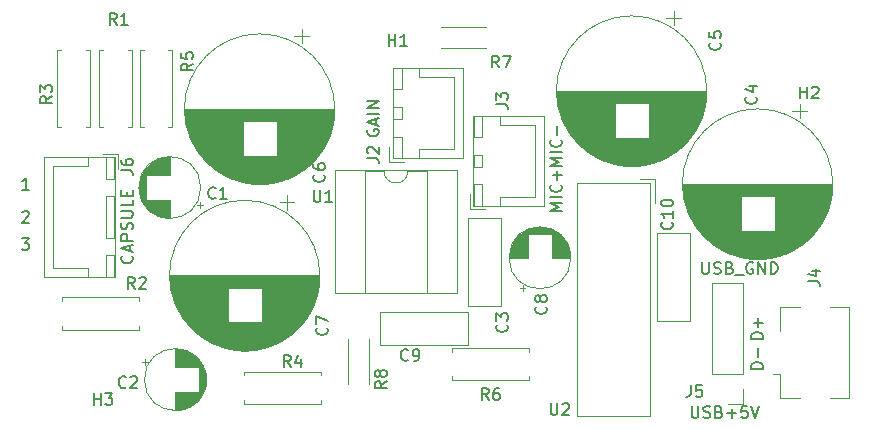
<source format=gto>
%TF.GenerationSoftware,KiCad,Pcbnew,6.0.0*%
%TF.CreationDate,2022-02-03T20:00:08+01:00*%
%TF.ProjectId,diy-schematics,6469792d-7363-4686-956d-61746963732e,rev?*%
%TF.SameCoordinates,Original*%
%TF.FileFunction,Legend,Top*%
%TF.FilePolarity,Positive*%
%FSLAX46Y46*%
G04 Gerber Fmt 4.6, Leading zero omitted, Abs format (unit mm)*
G04 Created by KiCad (PCBNEW 6.0.0) date 2022-02-03 20:00:08*
%MOMM*%
%LPD*%
G01*
G04 APERTURE LIST*
%ADD10C,0.150000*%
%ADD11C,0.120000*%
%ADD12C,0.100000*%
G04 APERTURE END LIST*
D10*
X37441142Y-183832190D02*
X37488761Y-183879809D01*
X37536380Y-184022666D01*
X37536380Y-184117904D01*
X37488761Y-184260761D01*
X37393523Y-184356000D01*
X37298285Y-184403619D01*
X37107809Y-184451238D01*
X36964952Y-184451238D01*
X36774476Y-184403619D01*
X36679238Y-184356000D01*
X36584000Y-184260761D01*
X36536380Y-184117904D01*
X36536380Y-184022666D01*
X36584000Y-183879809D01*
X36631619Y-183832190D01*
X37250666Y-183451238D02*
X37250666Y-182975047D01*
X37536380Y-183546476D02*
X36536380Y-183213142D01*
X37536380Y-182879809D01*
X37536380Y-182546476D02*
X36536380Y-182546476D01*
X36536380Y-182165523D01*
X36584000Y-182070285D01*
X36631619Y-182022666D01*
X36726857Y-181975047D01*
X36869714Y-181975047D01*
X36964952Y-182022666D01*
X37012571Y-182070285D01*
X37060190Y-182165523D01*
X37060190Y-182546476D01*
X37488761Y-181594095D02*
X37536380Y-181451238D01*
X37536380Y-181213142D01*
X37488761Y-181117904D01*
X37441142Y-181070285D01*
X37345904Y-181022666D01*
X37250666Y-181022666D01*
X37155428Y-181070285D01*
X37107809Y-181117904D01*
X37060190Y-181213142D01*
X37012571Y-181403619D01*
X36964952Y-181498857D01*
X36917333Y-181546476D01*
X36822095Y-181594095D01*
X36726857Y-181594095D01*
X36631619Y-181546476D01*
X36584000Y-181498857D01*
X36536380Y-181403619D01*
X36536380Y-181165523D01*
X36584000Y-181022666D01*
X36536380Y-180594095D02*
X37345904Y-180594095D01*
X37441142Y-180546476D01*
X37488761Y-180498857D01*
X37536380Y-180403619D01*
X37536380Y-180213142D01*
X37488761Y-180117904D01*
X37441142Y-180070285D01*
X37345904Y-180022666D01*
X36536380Y-180022666D01*
X37536380Y-179070285D02*
X37536380Y-179546476D01*
X36536380Y-179546476D01*
X37012571Y-178736952D02*
X37012571Y-178403619D01*
X37536380Y-178260761D02*
X37536380Y-178736952D01*
X36536380Y-178736952D01*
X36536380Y-178260761D01*
X57412000Y-173140571D02*
X57364380Y-173235809D01*
X57364380Y-173378666D01*
X57412000Y-173521523D01*
X57507238Y-173616761D01*
X57602476Y-173664380D01*
X57792952Y-173712000D01*
X57935809Y-173712000D01*
X58126285Y-173664380D01*
X58221523Y-173616761D01*
X58316761Y-173521523D01*
X58364380Y-173378666D01*
X58364380Y-173283428D01*
X58316761Y-173140571D01*
X58269142Y-173092952D01*
X57935809Y-173092952D01*
X57935809Y-173283428D01*
X58078666Y-172712000D02*
X58078666Y-172235809D01*
X58364380Y-172807238D02*
X57364380Y-172473904D01*
X58364380Y-172140571D01*
X58364380Y-171807238D02*
X57364380Y-171807238D01*
X58364380Y-171331047D02*
X57364380Y-171331047D01*
X58364380Y-170759619D01*
X57364380Y-170759619D01*
X73858380Y-176188476D02*
X72858380Y-176188476D01*
X73572666Y-175855142D01*
X72858380Y-175521809D01*
X73858380Y-175521809D01*
X73858380Y-175045619D02*
X72858380Y-175045619D01*
X73763142Y-173998000D02*
X73810761Y-174045619D01*
X73858380Y-174188476D01*
X73858380Y-174283714D01*
X73810761Y-174426571D01*
X73715523Y-174521809D01*
X73620285Y-174569428D01*
X73429809Y-174617047D01*
X73286952Y-174617047D01*
X73096476Y-174569428D01*
X73001238Y-174521809D01*
X72906000Y-174426571D01*
X72858380Y-174283714D01*
X72858380Y-174188476D01*
X72906000Y-174045619D01*
X72953619Y-173998000D01*
X73477428Y-173569428D02*
X73477428Y-172807523D01*
X73858380Y-179998476D02*
X72858380Y-179998476D01*
X73572666Y-179665142D01*
X72858380Y-179331809D01*
X73858380Y-179331809D01*
X73858380Y-178855619D02*
X72858380Y-178855619D01*
X73763142Y-177808000D02*
X73810761Y-177855619D01*
X73858380Y-177998476D01*
X73858380Y-178093714D01*
X73810761Y-178236571D01*
X73715523Y-178331809D01*
X73620285Y-178379428D01*
X73429809Y-178427047D01*
X73286952Y-178427047D01*
X73096476Y-178379428D01*
X73001238Y-178331809D01*
X72906000Y-178236571D01*
X72858380Y-178093714D01*
X72858380Y-177998476D01*
X72906000Y-177855619D01*
X72953619Y-177808000D01*
X73477428Y-177379428D02*
X73477428Y-176617523D01*
X73858380Y-176998476D02*
X73096476Y-176998476D01*
X28114666Y-182332380D02*
X28733714Y-182332380D01*
X28400380Y-182713333D01*
X28543238Y-182713333D01*
X28638476Y-182760952D01*
X28686095Y-182808571D01*
X28733714Y-182903809D01*
X28733714Y-183141904D01*
X28686095Y-183237142D01*
X28638476Y-183284761D01*
X28543238Y-183332380D01*
X28257523Y-183332380D01*
X28162285Y-183284761D01*
X28114666Y-183237142D01*
X28162285Y-180141619D02*
X28209904Y-180094000D01*
X28305142Y-180046380D01*
X28543238Y-180046380D01*
X28638476Y-180094000D01*
X28686095Y-180141619D01*
X28733714Y-180236857D01*
X28733714Y-180332095D01*
X28686095Y-180474952D01*
X28114666Y-181046380D01*
X28733714Y-181046380D01*
X28733714Y-178252380D02*
X28162285Y-178252380D01*
X28448000Y-178252380D02*
X28448000Y-177252380D01*
X28352761Y-177395238D01*
X28257523Y-177490476D01*
X28162285Y-177538095D01*
X90876380Y-193412952D02*
X89876380Y-193412952D01*
X89876380Y-193174857D01*
X89924000Y-193032000D01*
X90019238Y-192936761D01*
X90114476Y-192889142D01*
X90304952Y-192841523D01*
X90447809Y-192841523D01*
X90638285Y-192889142D01*
X90733523Y-192936761D01*
X90828761Y-193032000D01*
X90876380Y-193174857D01*
X90876380Y-193412952D01*
X90495428Y-192412952D02*
X90495428Y-191651047D01*
X90876380Y-190872952D02*
X89876380Y-190872952D01*
X89876380Y-190634857D01*
X89924000Y-190492000D01*
X90019238Y-190396761D01*
X90114476Y-190349142D01*
X90304952Y-190301523D01*
X90447809Y-190301523D01*
X90638285Y-190349142D01*
X90733523Y-190396761D01*
X90828761Y-190492000D01*
X90876380Y-190634857D01*
X90876380Y-190872952D01*
X90495428Y-189872952D02*
X90495428Y-189111047D01*
X90876380Y-189492000D02*
X90114476Y-189492000D01*
X85733333Y-184364380D02*
X85733333Y-185173904D01*
X85780952Y-185269142D01*
X85828571Y-185316761D01*
X85923809Y-185364380D01*
X86114285Y-185364380D01*
X86209523Y-185316761D01*
X86257142Y-185269142D01*
X86304761Y-185173904D01*
X86304761Y-184364380D01*
X86733333Y-185316761D02*
X86876190Y-185364380D01*
X87114285Y-185364380D01*
X87209523Y-185316761D01*
X87257142Y-185269142D01*
X87304761Y-185173904D01*
X87304761Y-185078666D01*
X87257142Y-184983428D01*
X87209523Y-184935809D01*
X87114285Y-184888190D01*
X86923809Y-184840571D01*
X86828571Y-184792952D01*
X86780952Y-184745333D01*
X86733333Y-184650095D01*
X86733333Y-184554857D01*
X86780952Y-184459619D01*
X86828571Y-184412000D01*
X86923809Y-184364380D01*
X87161904Y-184364380D01*
X87304761Y-184412000D01*
X88066666Y-184840571D02*
X88209523Y-184888190D01*
X88257142Y-184935809D01*
X88304761Y-185031047D01*
X88304761Y-185173904D01*
X88257142Y-185269142D01*
X88209523Y-185316761D01*
X88114285Y-185364380D01*
X87733333Y-185364380D01*
X87733333Y-184364380D01*
X88066666Y-184364380D01*
X88161904Y-184412000D01*
X88209523Y-184459619D01*
X88257142Y-184554857D01*
X88257142Y-184650095D01*
X88209523Y-184745333D01*
X88161904Y-184792952D01*
X88066666Y-184840571D01*
X87733333Y-184840571D01*
X88495238Y-185459619D02*
X89257142Y-185459619D01*
X90019047Y-184412000D02*
X89923809Y-184364380D01*
X89780952Y-184364380D01*
X89638095Y-184412000D01*
X89542857Y-184507238D01*
X89495238Y-184602476D01*
X89447619Y-184792952D01*
X89447619Y-184935809D01*
X89495238Y-185126285D01*
X89542857Y-185221523D01*
X89638095Y-185316761D01*
X89780952Y-185364380D01*
X89876190Y-185364380D01*
X90019047Y-185316761D01*
X90066666Y-185269142D01*
X90066666Y-184935809D01*
X89876190Y-184935809D01*
X90495238Y-185364380D02*
X90495238Y-184364380D01*
X91066666Y-185364380D01*
X91066666Y-184364380D01*
X91542857Y-185364380D02*
X91542857Y-184364380D01*
X91780952Y-184364380D01*
X91923809Y-184412000D01*
X92019047Y-184507238D01*
X92066666Y-184602476D01*
X92114285Y-184792952D01*
X92114285Y-184935809D01*
X92066666Y-185126285D01*
X92019047Y-185221523D01*
X91923809Y-185316761D01*
X91780952Y-185364380D01*
X91542857Y-185364380D01*
X84844285Y-196556380D02*
X84844285Y-197365904D01*
X84891904Y-197461142D01*
X84939523Y-197508761D01*
X85034761Y-197556380D01*
X85225238Y-197556380D01*
X85320476Y-197508761D01*
X85368095Y-197461142D01*
X85415714Y-197365904D01*
X85415714Y-196556380D01*
X85844285Y-197508761D02*
X85987142Y-197556380D01*
X86225238Y-197556380D01*
X86320476Y-197508761D01*
X86368095Y-197461142D01*
X86415714Y-197365904D01*
X86415714Y-197270666D01*
X86368095Y-197175428D01*
X86320476Y-197127809D01*
X86225238Y-197080190D01*
X86034761Y-197032571D01*
X85939523Y-196984952D01*
X85891904Y-196937333D01*
X85844285Y-196842095D01*
X85844285Y-196746857D01*
X85891904Y-196651619D01*
X85939523Y-196604000D01*
X86034761Y-196556380D01*
X86272857Y-196556380D01*
X86415714Y-196604000D01*
X87177619Y-197032571D02*
X87320476Y-197080190D01*
X87368095Y-197127809D01*
X87415714Y-197223047D01*
X87415714Y-197365904D01*
X87368095Y-197461142D01*
X87320476Y-197508761D01*
X87225238Y-197556380D01*
X86844285Y-197556380D01*
X86844285Y-196556380D01*
X87177619Y-196556380D01*
X87272857Y-196604000D01*
X87320476Y-196651619D01*
X87368095Y-196746857D01*
X87368095Y-196842095D01*
X87320476Y-196937333D01*
X87272857Y-196984952D01*
X87177619Y-197032571D01*
X86844285Y-197032571D01*
X87844285Y-197175428D02*
X88606190Y-197175428D01*
X88225238Y-197556380D02*
X88225238Y-196794476D01*
X89558571Y-196556380D02*
X89082380Y-196556380D01*
X89034761Y-197032571D01*
X89082380Y-196984952D01*
X89177619Y-196937333D01*
X89415714Y-196937333D01*
X89510952Y-196984952D01*
X89558571Y-197032571D01*
X89606190Y-197127809D01*
X89606190Y-197365904D01*
X89558571Y-197461142D01*
X89510952Y-197508761D01*
X89415714Y-197556380D01*
X89177619Y-197556380D01*
X89082380Y-197508761D01*
X89034761Y-197461142D01*
X89891904Y-196556380D02*
X90225238Y-197556380D01*
X90558571Y-196556380D01*
%TO.C,C1*%
X44537333Y-178919142D02*
X44489714Y-178966761D01*
X44346857Y-179014380D01*
X44251619Y-179014380D01*
X44108761Y-178966761D01*
X44013523Y-178871523D01*
X43965904Y-178776285D01*
X43918285Y-178585809D01*
X43918285Y-178442952D01*
X43965904Y-178252476D01*
X44013523Y-178157238D01*
X44108761Y-178062000D01*
X44251619Y-178014380D01*
X44346857Y-178014380D01*
X44489714Y-178062000D01*
X44537333Y-178109619D01*
X45489714Y-179014380D02*
X44918285Y-179014380D01*
X45204000Y-179014380D02*
X45204000Y-178014380D01*
X45108761Y-178157238D01*
X45013523Y-178252476D01*
X44918285Y-178300095D01*
%TO.C,R5*%
X42616380Y-167552666D02*
X42140190Y-167886000D01*
X42616380Y-168124095D02*
X41616380Y-168124095D01*
X41616380Y-167743142D01*
X41664000Y-167647904D01*
X41711619Y-167600285D01*
X41806857Y-167552666D01*
X41949714Y-167552666D01*
X42044952Y-167600285D01*
X42092571Y-167647904D01*
X42140190Y-167743142D01*
X42140190Y-168124095D01*
X41616380Y-166647904D02*
X41616380Y-167124095D01*
X42092571Y-167171714D01*
X42044952Y-167124095D01*
X41997333Y-167028857D01*
X41997333Y-166790761D01*
X42044952Y-166695523D01*
X42092571Y-166647904D01*
X42187809Y-166600285D01*
X42425904Y-166600285D01*
X42521142Y-166647904D01*
X42568761Y-166695523D01*
X42616380Y-166790761D01*
X42616380Y-167028857D01*
X42568761Y-167124095D01*
X42521142Y-167171714D01*
%TO.C,C5*%
X87225142Y-165774666D02*
X87272761Y-165822285D01*
X87320380Y-165965142D01*
X87320380Y-166060380D01*
X87272761Y-166203238D01*
X87177523Y-166298476D01*
X87082285Y-166346095D01*
X86891809Y-166393714D01*
X86748952Y-166393714D01*
X86558476Y-166346095D01*
X86463238Y-166298476D01*
X86368000Y-166203238D01*
X86320380Y-166060380D01*
X86320380Y-165965142D01*
X86368000Y-165822285D01*
X86415619Y-165774666D01*
X86320380Y-164869904D02*
X86320380Y-165346095D01*
X86796571Y-165393714D01*
X86748952Y-165346095D01*
X86701333Y-165250857D01*
X86701333Y-165012761D01*
X86748952Y-164917523D01*
X86796571Y-164869904D01*
X86891809Y-164822285D01*
X87129904Y-164822285D01*
X87225142Y-164869904D01*
X87272761Y-164917523D01*
X87320380Y-165012761D01*
X87320380Y-165250857D01*
X87272761Y-165346095D01*
X87225142Y-165393714D01*
%TO.C,C10*%
X83161142Y-180982857D02*
X83208761Y-181030476D01*
X83256380Y-181173333D01*
X83256380Y-181268571D01*
X83208761Y-181411428D01*
X83113523Y-181506666D01*
X83018285Y-181554285D01*
X82827809Y-181601904D01*
X82684952Y-181601904D01*
X82494476Y-181554285D01*
X82399238Y-181506666D01*
X82304000Y-181411428D01*
X82256380Y-181268571D01*
X82256380Y-181173333D01*
X82304000Y-181030476D01*
X82351619Y-180982857D01*
X83256380Y-180030476D02*
X83256380Y-180601904D01*
X83256380Y-180316190D02*
X82256380Y-180316190D01*
X82399238Y-180411428D01*
X82494476Y-180506666D01*
X82542095Y-180601904D01*
X82256380Y-179411428D02*
X82256380Y-179316190D01*
X82304000Y-179220952D01*
X82351619Y-179173333D01*
X82446857Y-179125714D01*
X82637333Y-179078095D01*
X82875428Y-179078095D01*
X83065904Y-179125714D01*
X83161142Y-179173333D01*
X83208761Y-179220952D01*
X83256380Y-179316190D01*
X83256380Y-179411428D01*
X83208761Y-179506666D01*
X83161142Y-179554285D01*
X83065904Y-179601904D01*
X82875428Y-179649523D01*
X82637333Y-179649523D01*
X82446857Y-179601904D01*
X82351619Y-179554285D01*
X82304000Y-179506666D01*
X82256380Y-179411428D01*
%TO.C,C3*%
X69191142Y-189650666D02*
X69238761Y-189698285D01*
X69286380Y-189841142D01*
X69286380Y-189936380D01*
X69238761Y-190079238D01*
X69143523Y-190174476D01*
X69048285Y-190222095D01*
X68857809Y-190269714D01*
X68714952Y-190269714D01*
X68524476Y-190222095D01*
X68429238Y-190174476D01*
X68334000Y-190079238D01*
X68286380Y-189936380D01*
X68286380Y-189841142D01*
X68334000Y-189698285D01*
X68381619Y-189650666D01*
X68286380Y-189317333D02*
X68286380Y-188698285D01*
X68667333Y-189031619D01*
X68667333Y-188888761D01*
X68714952Y-188793523D01*
X68762571Y-188745904D01*
X68857809Y-188698285D01*
X69095904Y-188698285D01*
X69191142Y-188745904D01*
X69238761Y-188793523D01*
X69286380Y-188888761D01*
X69286380Y-189174476D01*
X69238761Y-189269714D01*
X69191142Y-189317333D01*
%TO.C,C4*%
X90273142Y-170346666D02*
X90320761Y-170394285D01*
X90368380Y-170537142D01*
X90368380Y-170632380D01*
X90320761Y-170775238D01*
X90225523Y-170870476D01*
X90130285Y-170918095D01*
X89939809Y-170965714D01*
X89796952Y-170965714D01*
X89606476Y-170918095D01*
X89511238Y-170870476D01*
X89416000Y-170775238D01*
X89368380Y-170632380D01*
X89368380Y-170537142D01*
X89416000Y-170394285D01*
X89463619Y-170346666D01*
X89701714Y-169489523D02*
X90368380Y-169489523D01*
X89320761Y-169727619D02*
X90035047Y-169965714D01*
X90035047Y-169346666D01*
%TO.C,C6*%
X53697142Y-176950666D02*
X53744761Y-176998285D01*
X53792380Y-177141142D01*
X53792380Y-177236380D01*
X53744761Y-177379238D01*
X53649523Y-177474476D01*
X53554285Y-177522095D01*
X53363809Y-177569714D01*
X53220952Y-177569714D01*
X53030476Y-177522095D01*
X52935238Y-177474476D01*
X52840000Y-177379238D01*
X52792380Y-177236380D01*
X52792380Y-177141142D01*
X52840000Y-176998285D01*
X52887619Y-176950666D01*
X52792380Y-176093523D02*
X52792380Y-176284000D01*
X52840000Y-176379238D01*
X52887619Y-176426857D01*
X53030476Y-176522095D01*
X53220952Y-176569714D01*
X53601904Y-176569714D01*
X53697142Y-176522095D01*
X53744761Y-176474476D01*
X53792380Y-176379238D01*
X53792380Y-176188761D01*
X53744761Y-176093523D01*
X53697142Y-176045904D01*
X53601904Y-175998285D01*
X53363809Y-175998285D01*
X53268571Y-176045904D01*
X53220952Y-176093523D01*
X53173333Y-176188761D01*
X53173333Y-176379238D01*
X53220952Y-176474476D01*
X53268571Y-176522095D01*
X53363809Y-176569714D01*
%TO.C,C7*%
X53951142Y-189904666D02*
X53998761Y-189952285D01*
X54046380Y-190095142D01*
X54046380Y-190190380D01*
X53998761Y-190333238D01*
X53903523Y-190428476D01*
X53808285Y-190476095D01*
X53617809Y-190523714D01*
X53474952Y-190523714D01*
X53284476Y-190476095D01*
X53189238Y-190428476D01*
X53094000Y-190333238D01*
X53046380Y-190190380D01*
X53046380Y-190095142D01*
X53094000Y-189952285D01*
X53141619Y-189904666D01*
X53046380Y-189571333D02*
X53046380Y-188904666D01*
X54046380Y-189333238D01*
%TO.C,C9*%
X60833333Y-192635142D02*
X60785714Y-192682761D01*
X60642857Y-192730380D01*
X60547619Y-192730380D01*
X60404761Y-192682761D01*
X60309523Y-192587523D01*
X60261904Y-192492285D01*
X60214285Y-192301809D01*
X60214285Y-192158952D01*
X60261904Y-191968476D01*
X60309523Y-191873238D01*
X60404761Y-191778000D01*
X60547619Y-191730380D01*
X60642857Y-191730380D01*
X60785714Y-191778000D01*
X60833333Y-191825619D01*
X61309523Y-192730380D02*
X61500000Y-192730380D01*
X61595238Y-192682761D01*
X61642857Y-192635142D01*
X61738095Y-192492285D01*
X61785714Y-192301809D01*
X61785714Y-191920857D01*
X61738095Y-191825619D01*
X61690476Y-191778000D01*
X61595238Y-191730380D01*
X61404761Y-191730380D01*
X61309523Y-191778000D01*
X61261904Y-191825619D01*
X61214285Y-191920857D01*
X61214285Y-192158952D01*
X61261904Y-192254190D01*
X61309523Y-192301809D01*
X61404761Y-192349428D01*
X61595238Y-192349428D01*
X61690476Y-192301809D01*
X61738095Y-192254190D01*
X61785714Y-192158952D01*
%TO.C,J2*%
X57364380Y-175593333D02*
X58078666Y-175593333D01*
X58221523Y-175640952D01*
X58316761Y-175736190D01*
X58364380Y-175879047D01*
X58364380Y-175974285D01*
X57459619Y-175164761D02*
X57412000Y-175117142D01*
X57364380Y-175021904D01*
X57364380Y-174783809D01*
X57412000Y-174688571D01*
X57459619Y-174640952D01*
X57554857Y-174593333D01*
X57650095Y-174593333D01*
X57792952Y-174640952D01*
X58364380Y-175212380D01*
X58364380Y-174593333D01*
%TO.C,J4*%
X94702380Y-186007333D02*
X95416666Y-186007333D01*
X95559523Y-186054952D01*
X95654761Y-186150190D01*
X95702380Y-186293047D01*
X95702380Y-186388285D01*
X95035714Y-185102571D02*
X95702380Y-185102571D01*
X94654761Y-185340666D02*
X95369047Y-185578761D01*
X95369047Y-184959714D01*
%TO.C,J5*%
X84756666Y-194778380D02*
X84756666Y-195492666D01*
X84709047Y-195635523D01*
X84613809Y-195730761D01*
X84470952Y-195778380D01*
X84375714Y-195778380D01*
X85709047Y-194778380D02*
X85232857Y-194778380D01*
X85185238Y-195254571D01*
X85232857Y-195206952D01*
X85328095Y-195159333D01*
X85566190Y-195159333D01*
X85661428Y-195206952D01*
X85709047Y-195254571D01*
X85756666Y-195349809D01*
X85756666Y-195587904D01*
X85709047Y-195683142D01*
X85661428Y-195730761D01*
X85566190Y-195778380D01*
X85328095Y-195778380D01*
X85232857Y-195730761D01*
X85185238Y-195683142D01*
%TO.C,J6*%
X36536380Y-176609333D02*
X37250666Y-176609333D01*
X37393523Y-176656952D01*
X37488761Y-176752190D01*
X37536380Y-176895047D01*
X37536380Y-176990285D01*
X36536380Y-175704571D02*
X36536380Y-175895047D01*
X36584000Y-175990285D01*
X36631619Y-176037904D01*
X36774476Y-176133142D01*
X36964952Y-176180761D01*
X37345904Y-176180761D01*
X37441142Y-176133142D01*
X37488761Y-176085523D01*
X37536380Y-175990285D01*
X37536380Y-175799809D01*
X37488761Y-175704571D01*
X37441142Y-175656952D01*
X37345904Y-175609333D01*
X37107809Y-175609333D01*
X37012571Y-175656952D01*
X36964952Y-175704571D01*
X36917333Y-175799809D01*
X36917333Y-175990285D01*
X36964952Y-176085523D01*
X37012571Y-176133142D01*
X37107809Y-176180761D01*
%TO.C,R1*%
X36155333Y-164282380D02*
X35822000Y-163806190D01*
X35583904Y-164282380D02*
X35583904Y-163282380D01*
X35964857Y-163282380D01*
X36060095Y-163330000D01*
X36107714Y-163377619D01*
X36155333Y-163472857D01*
X36155333Y-163615714D01*
X36107714Y-163710952D01*
X36060095Y-163758571D01*
X35964857Y-163806190D01*
X35583904Y-163806190D01*
X37107714Y-164282380D02*
X36536285Y-164282380D01*
X36822000Y-164282380D02*
X36822000Y-163282380D01*
X36726761Y-163425238D01*
X36631523Y-163520476D01*
X36536285Y-163568095D01*
%TO.C,R2*%
X37679333Y-186634380D02*
X37346000Y-186158190D01*
X37107904Y-186634380D02*
X37107904Y-185634380D01*
X37488857Y-185634380D01*
X37584095Y-185682000D01*
X37631714Y-185729619D01*
X37679333Y-185824857D01*
X37679333Y-185967714D01*
X37631714Y-186062952D01*
X37584095Y-186110571D01*
X37488857Y-186158190D01*
X37107904Y-186158190D01*
X38060285Y-185729619D02*
X38107904Y-185682000D01*
X38203142Y-185634380D01*
X38441238Y-185634380D01*
X38536476Y-185682000D01*
X38584095Y-185729619D01*
X38631714Y-185824857D01*
X38631714Y-185920095D01*
X38584095Y-186062952D01*
X38012666Y-186634380D01*
X38631714Y-186634380D01*
%TO.C,R3*%
X30678380Y-170326666D02*
X30202190Y-170660000D01*
X30678380Y-170898095D02*
X29678380Y-170898095D01*
X29678380Y-170517142D01*
X29726000Y-170421904D01*
X29773619Y-170374285D01*
X29868857Y-170326666D01*
X30011714Y-170326666D01*
X30106952Y-170374285D01*
X30154571Y-170421904D01*
X30202190Y-170517142D01*
X30202190Y-170898095D01*
X29678380Y-169993333D02*
X29678380Y-169374285D01*
X30059333Y-169707619D01*
X30059333Y-169564761D01*
X30106952Y-169469523D01*
X30154571Y-169421904D01*
X30249809Y-169374285D01*
X30487904Y-169374285D01*
X30583142Y-169421904D01*
X30630761Y-169469523D01*
X30678380Y-169564761D01*
X30678380Y-169850476D01*
X30630761Y-169945714D01*
X30583142Y-169993333D01*
%TO.C,R4*%
X50887333Y-193238380D02*
X50554000Y-192762190D01*
X50315904Y-193238380D02*
X50315904Y-192238380D01*
X50696857Y-192238380D01*
X50792095Y-192286000D01*
X50839714Y-192333619D01*
X50887333Y-192428857D01*
X50887333Y-192571714D01*
X50839714Y-192666952D01*
X50792095Y-192714571D01*
X50696857Y-192762190D01*
X50315904Y-192762190D01*
X51744476Y-192571714D02*
X51744476Y-193238380D01*
X51506380Y-192190761D02*
X51268285Y-192905047D01*
X51887333Y-192905047D01*
%TO.C,R6*%
X67651333Y-196032380D02*
X67318000Y-195556190D01*
X67079904Y-196032380D02*
X67079904Y-195032380D01*
X67460857Y-195032380D01*
X67556095Y-195080000D01*
X67603714Y-195127619D01*
X67651333Y-195222857D01*
X67651333Y-195365714D01*
X67603714Y-195460952D01*
X67556095Y-195508571D01*
X67460857Y-195556190D01*
X67079904Y-195556190D01*
X68508476Y-195032380D02*
X68318000Y-195032380D01*
X68222761Y-195080000D01*
X68175142Y-195127619D01*
X68079904Y-195270476D01*
X68032285Y-195460952D01*
X68032285Y-195841904D01*
X68079904Y-195937142D01*
X68127523Y-195984761D01*
X68222761Y-196032380D01*
X68413238Y-196032380D01*
X68508476Y-195984761D01*
X68556095Y-195937142D01*
X68603714Y-195841904D01*
X68603714Y-195603809D01*
X68556095Y-195508571D01*
X68508476Y-195460952D01*
X68413238Y-195413333D01*
X68222761Y-195413333D01*
X68127523Y-195460952D01*
X68079904Y-195508571D01*
X68032285Y-195603809D01*
%TO.C,R7*%
X68515333Y-167890380D02*
X68182000Y-167414190D01*
X67943904Y-167890380D02*
X67943904Y-166890380D01*
X68324857Y-166890380D01*
X68420095Y-166938000D01*
X68467714Y-166985619D01*
X68515333Y-167080857D01*
X68515333Y-167223714D01*
X68467714Y-167318952D01*
X68420095Y-167366571D01*
X68324857Y-167414190D01*
X67943904Y-167414190D01*
X68848666Y-166890380D02*
X69515333Y-166890380D01*
X69086761Y-167890380D01*
%TO.C,R8*%
X59022380Y-194468666D02*
X58546190Y-194802000D01*
X59022380Y-195040095D02*
X58022380Y-195040095D01*
X58022380Y-194659142D01*
X58070000Y-194563904D01*
X58117619Y-194516285D01*
X58212857Y-194468666D01*
X58355714Y-194468666D01*
X58450952Y-194516285D01*
X58498571Y-194563904D01*
X58546190Y-194659142D01*
X58546190Y-195040095D01*
X58450952Y-193897238D02*
X58403333Y-193992476D01*
X58355714Y-194040095D01*
X58260476Y-194087714D01*
X58212857Y-194087714D01*
X58117619Y-194040095D01*
X58070000Y-193992476D01*
X58022380Y-193897238D01*
X58022380Y-193706761D01*
X58070000Y-193611523D01*
X58117619Y-193563904D01*
X58212857Y-193516285D01*
X58260476Y-193516285D01*
X58355714Y-193563904D01*
X58403333Y-193611523D01*
X58450952Y-193706761D01*
X58450952Y-193897238D01*
X58498571Y-193992476D01*
X58546190Y-194040095D01*
X58641428Y-194087714D01*
X58831904Y-194087714D01*
X58927142Y-194040095D01*
X58974761Y-193992476D01*
X59022380Y-193897238D01*
X59022380Y-193706761D01*
X58974761Y-193611523D01*
X58927142Y-193563904D01*
X58831904Y-193516285D01*
X58641428Y-193516285D01*
X58546190Y-193563904D01*
X58498571Y-193611523D01*
X58450952Y-193706761D01*
%TO.C,U1*%
X52832095Y-178268380D02*
X52832095Y-179077904D01*
X52879714Y-179173142D01*
X52927333Y-179220761D01*
X53022571Y-179268380D01*
X53213047Y-179268380D01*
X53308285Y-179220761D01*
X53355904Y-179173142D01*
X53403523Y-179077904D01*
X53403523Y-178268380D01*
X54403523Y-179268380D02*
X53832095Y-179268380D01*
X54117809Y-179268380D02*
X54117809Y-178268380D01*
X54022571Y-178411238D01*
X53927333Y-178506476D01*
X53832095Y-178554095D01*
%TO.C,U2*%
X72898095Y-196302380D02*
X72898095Y-197111904D01*
X72945714Y-197207142D01*
X72993333Y-197254761D01*
X73088571Y-197302380D01*
X73279047Y-197302380D01*
X73374285Y-197254761D01*
X73421904Y-197207142D01*
X73469523Y-197111904D01*
X73469523Y-196302380D01*
X73898095Y-196397619D02*
X73945714Y-196350000D01*
X74040952Y-196302380D01*
X74279047Y-196302380D01*
X74374285Y-196350000D01*
X74421904Y-196397619D01*
X74469523Y-196492857D01*
X74469523Y-196588095D01*
X74421904Y-196730952D01*
X73850476Y-197302380D01*
X74469523Y-197302380D01*
%TO.C,C2*%
X36951333Y-194945142D02*
X36903714Y-194992761D01*
X36760857Y-195040380D01*
X36665619Y-195040380D01*
X36522761Y-194992761D01*
X36427523Y-194897523D01*
X36379904Y-194802285D01*
X36332285Y-194611809D01*
X36332285Y-194468952D01*
X36379904Y-194278476D01*
X36427523Y-194183238D01*
X36522761Y-194088000D01*
X36665619Y-194040380D01*
X36760857Y-194040380D01*
X36903714Y-194088000D01*
X36951333Y-194135619D01*
X37332285Y-194135619D02*
X37379904Y-194088000D01*
X37475142Y-194040380D01*
X37713238Y-194040380D01*
X37808476Y-194088000D01*
X37856095Y-194135619D01*
X37903714Y-194230857D01*
X37903714Y-194326095D01*
X37856095Y-194468952D01*
X37284666Y-195040380D01*
X37903714Y-195040380D01*
%TO.C,C8*%
X72493142Y-188126666D02*
X72540761Y-188174285D01*
X72588380Y-188317142D01*
X72588380Y-188412380D01*
X72540761Y-188555238D01*
X72445523Y-188650476D01*
X72350285Y-188698095D01*
X72159809Y-188745714D01*
X72016952Y-188745714D01*
X71826476Y-188698095D01*
X71731238Y-188650476D01*
X71636000Y-188555238D01*
X71588380Y-188412380D01*
X71588380Y-188317142D01*
X71636000Y-188174285D01*
X71683619Y-188126666D01*
X72016952Y-187555238D02*
X71969333Y-187650476D01*
X71921714Y-187698095D01*
X71826476Y-187745714D01*
X71778857Y-187745714D01*
X71683619Y-187698095D01*
X71636000Y-187650476D01*
X71588380Y-187555238D01*
X71588380Y-187364761D01*
X71636000Y-187269523D01*
X71683619Y-187221904D01*
X71778857Y-187174285D01*
X71826476Y-187174285D01*
X71921714Y-187221904D01*
X71969333Y-187269523D01*
X72016952Y-187364761D01*
X72016952Y-187555238D01*
X72064571Y-187650476D01*
X72112190Y-187698095D01*
X72207428Y-187745714D01*
X72397904Y-187745714D01*
X72493142Y-187698095D01*
X72540761Y-187650476D01*
X72588380Y-187555238D01*
X72588380Y-187364761D01*
X72540761Y-187269523D01*
X72493142Y-187221904D01*
X72397904Y-187174285D01*
X72207428Y-187174285D01*
X72112190Y-187221904D01*
X72064571Y-187269523D01*
X72016952Y-187364761D01*
%TO.C,J3*%
X68286380Y-171021333D02*
X69000666Y-171021333D01*
X69143523Y-171068952D01*
X69238761Y-171164190D01*
X69286380Y-171307047D01*
X69286380Y-171402285D01*
X68286380Y-170640380D02*
X68286380Y-170021333D01*
X68667333Y-170354666D01*
X68667333Y-170211809D01*
X68714952Y-170116571D01*
X68762571Y-170068952D01*
X68857809Y-170021333D01*
X69095904Y-170021333D01*
X69191142Y-170068952D01*
X69238761Y-170116571D01*
X69286380Y-170211809D01*
X69286380Y-170497523D01*
X69238761Y-170592761D01*
X69191142Y-170640380D01*
%TO.C,H1*%
X59182095Y-166060380D02*
X59182095Y-165060380D01*
X59182095Y-165536571D02*
X59753523Y-165536571D01*
X59753523Y-166060380D02*
X59753523Y-165060380D01*
X60753523Y-166060380D02*
X60182095Y-166060380D01*
X60467809Y-166060380D02*
X60467809Y-165060380D01*
X60372571Y-165203238D01*
X60277333Y-165298476D01*
X60182095Y-165346095D01*
%TO.C,H2*%
X94016095Y-170500380D02*
X94016095Y-169500380D01*
X94016095Y-169976571D02*
X94587523Y-169976571D01*
X94587523Y-170500380D02*
X94587523Y-169500380D01*
X95016095Y-169595619D02*
X95063714Y-169548000D01*
X95158952Y-169500380D01*
X95397047Y-169500380D01*
X95492285Y-169548000D01*
X95539904Y-169595619D01*
X95587523Y-169690857D01*
X95587523Y-169786095D01*
X95539904Y-169928952D01*
X94968476Y-170500380D01*
X95587523Y-170500380D01*
%TO.C,H3*%
X34238095Y-196452380D02*
X34238095Y-195452380D01*
X34238095Y-195928571D02*
X34809523Y-195928571D01*
X34809523Y-196452380D02*
X34809523Y-195452380D01*
X35190476Y-195452380D02*
X35809523Y-195452380D01*
X35476190Y-195833333D01*
X35619047Y-195833333D01*
X35714285Y-195880952D01*
X35761904Y-195928571D01*
X35809523Y-196023809D01*
X35809523Y-196261904D01*
X35761904Y-196357142D01*
X35714285Y-196404761D01*
X35619047Y-196452380D01*
X35333333Y-196452380D01*
X35238095Y-196404761D01*
X35190476Y-196357142D01*
D11*
%TO.C,C1*%
X43276000Y-178054000D02*
G75*
G03*
X43276000Y-178054000I-2620000J0D01*
G01*
X40656000Y-177014000D02*
X40656000Y-175474000D01*
X40656000Y-180634000D02*
X40656000Y-179094000D01*
X40616000Y-177014000D02*
X40616000Y-175474000D01*
X40616000Y-180634000D02*
X40616000Y-179094000D01*
X40576000Y-180633000D02*
X40576000Y-179094000D01*
X40576000Y-177014000D02*
X40576000Y-175475000D01*
X40536000Y-180632000D02*
X40536000Y-179094000D01*
X40536000Y-177014000D02*
X40536000Y-175476000D01*
X40496000Y-180630000D02*
X40496000Y-179094000D01*
X40496000Y-177014000D02*
X40496000Y-175478000D01*
X40456000Y-180627000D02*
X40456000Y-179094000D01*
X40456000Y-177014000D02*
X40456000Y-175481000D01*
X40416000Y-180623000D02*
X40416000Y-179094000D01*
X40416000Y-177014000D02*
X40416000Y-175485000D01*
X40376000Y-180619000D02*
X40376000Y-179094000D01*
X40376000Y-177014000D02*
X40376000Y-175489000D01*
X40336000Y-180615000D02*
X40336000Y-179094000D01*
X40336000Y-177014000D02*
X40336000Y-175493000D01*
X40296000Y-180610000D02*
X40296000Y-179094000D01*
X40296000Y-177014000D02*
X40296000Y-175498000D01*
X40256000Y-180604000D02*
X40256000Y-179094000D01*
X40256000Y-177014000D02*
X40256000Y-175504000D01*
X40216000Y-180597000D02*
X40216000Y-179094000D01*
X40216000Y-177014000D02*
X40216000Y-175511000D01*
X40176000Y-180590000D02*
X40176000Y-179094000D01*
X40176000Y-177014000D02*
X40176000Y-175518000D01*
X40136000Y-180582000D02*
X40136000Y-179094000D01*
X40136000Y-177014000D02*
X40136000Y-175526000D01*
X40096000Y-180574000D02*
X40096000Y-179094000D01*
X40096000Y-177014000D02*
X40096000Y-175534000D01*
X40056000Y-180565000D02*
X40056000Y-179094000D01*
X40056000Y-177014000D02*
X40056000Y-175543000D01*
X40016000Y-180555000D02*
X40016000Y-179094000D01*
X40016000Y-177014000D02*
X40016000Y-175553000D01*
X39976000Y-180545000D02*
X39976000Y-179094000D01*
X39976000Y-177014000D02*
X39976000Y-175563000D01*
X39935000Y-180534000D02*
X39935000Y-179094000D01*
X39935000Y-177014000D02*
X39935000Y-175574000D01*
X39895000Y-180522000D02*
X39895000Y-179094000D01*
X39895000Y-177014000D02*
X39895000Y-175586000D01*
X39855000Y-180509000D02*
X39855000Y-179094000D01*
X39855000Y-177014000D02*
X39855000Y-175599000D01*
X39815000Y-180496000D02*
X39815000Y-179094000D01*
X39815000Y-177014000D02*
X39815000Y-175612000D01*
X39775000Y-180482000D02*
X39775000Y-179094000D01*
X39775000Y-177014000D02*
X39775000Y-175626000D01*
X39735000Y-180468000D02*
X39735000Y-179094000D01*
X39735000Y-177014000D02*
X39735000Y-175640000D01*
X39695000Y-180452000D02*
X39695000Y-179094000D01*
X39695000Y-177014000D02*
X39695000Y-175656000D01*
X39655000Y-180436000D02*
X39655000Y-179094000D01*
X39655000Y-177014000D02*
X39655000Y-175672000D01*
X39615000Y-180419000D02*
X39615000Y-179094000D01*
X39615000Y-177014000D02*
X39615000Y-175689000D01*
X39575000Y-180402000D02*
X39575000Y-179094000D01*
X39575000Y-177014000D02*
X39575000Y-175706000D01*
X39535000Y-180383000D02*
X39535000Y-179094000D01*
X39535000Y-177014000D02*
X39535000Y-175725000D01*
X39495000Y-180364000D02*
X39495000Y-179094000D01*
X39495000Y-177014000D02*
X39495000Y-175744000D01*
X39455000Y-180344000D02*
X39455000Y-179094000D01*
X39455000Y-177014000D02*
X39455000Y-175764000D01*
X39415000Y-180322000D02*
X39415000Y-179094000D01*
X39415000Y-177014000D02*
X39415000Y-175786000D01*
X39375000Y-180301000D02*
X39375000Y-179094000D01*
X39375000Y-177014000D02*
X39375000Y-175807000D01*
X39335000Y-180278000D02*
X39335000Y-179094000D01*
X39335000Y-177014000D02*
X39335000Y-175830000D01*
X39295000Y-180254000D02*
X39295000Y-179094000D01*
X39295000Y-177014000D02*
X39295000Y-175854000D01*
X39255000Y-180229000D02*
X39255000Y-179094000D01*
X39255000Y-177014000D02*
X39255000Y-175879000D01*
X39215000Y-180203000D02*
X39215000Y-179094000D01*
X39215000Y-177014000D02*
X39215000Y-175905000D01*
X39175000Y-180176000D02*
X39175000Y-179094000D01*
X39175000Y-177014000D02*
X39175000Y-175932000D01*
X39135000Y-180149000D02*
X39135000Y-179094000D01*
X39135000Y-177014000D02*
X39135000Y-175959000D01*
X39095000Y-180119000D02*
X39095000Y-179094000D01*
X39095000Y-177014000D02*
X39095000Y-175989000D01*
X39055000Y-180089000D02*
X39055000Y-179094000D01*
X39055000Y-177014000D02*
X39055000Y-176019000D01*
X39015000Y-180058000D02*
X39015000Y-179094000D01*
X39015000Y-177014000D02*
X39015000Y-176050000D01*
X38975000Y-180025000D02*
X38975000Y-179094000D01*
X38975000Y-177014000D02*
X38975000Y-176083000D01*
X38935000Y-179991000D02*
X38935000Y-179094000D01*
X38935000Y-177014000D02*
X38935000Y-176117000D01*
X38895000Y-179955000D02*
X38895000Y-179094000D01*
X38895000Y-177014000D02*
X38895000Y-176153000D01*
X38855000Y-179918000D02*
X38855000Y-179094000D01*
X38855000Y-177014000D02*
X38855000Y-176190000D01*
X38815000Y-179880000D02*
X38815000Y-179094000D01*
X38815000Y-177014000D02*
X38815000Y-176228000D01*
X38775000Y-179839000D02*
X38775000Y-179094000D01*
X38775000Y-177014000D02*
X38775000Y-176269000D01*
X38735000Y-179797000D02*
X38735000Y-179094000D01*
X38735000Y-177014000D02*
X38735000Y-176311000D01*
X38695000Y-179753000D02*
X38695000Y-179094000D01*
X38695000Y-177014000D02*
X38695000Y-176355000D01*
X38655000Y-179707000D02*
X38655000Y-179094000D01*
X38655000Y-177014000D02*
X38655000Y-176401000D01*
X38615000Y-179659000D02*
X38615000Y-176449000D01*
X38575000Y-179608000D02*
X38575000Y-176500000D01*
X38535000Y-179554000D02*
X38535000Y-176554000D01*
X38495000Y-179497000D02*
X38495000Y-176611000D01*
X38455000Y-179437000D02*
X38455000Y-176671000D01*
X38415000Y-179373000D02*
X38415000Y-176735000D01*
X38375000Y-179305000D02*
X38375000Y-176803000D01*
X38335000Y-179232000D02*
X38335000Y-176876000D01*
X38295000Y-179152000D02*
X38295000Y-176956000D01*
X38255000Y-179065000D02*
X38255000Y-177043000D01*
X38215000Y-178969000D02*
X38215000Y-177139000D01*
X38175000Y-178859000D02*
X38175000Y-177249000D01*
X38135000Y-178731000D02*
X38135000Y-177377000D01*
X38095000Y-178572000D02*
X38095000Y-177536000D01*
X38055000Y-178338000D02*
X38055000Y-177770000D01*
X43460775Y-179529000D02*
X42960775Y-179529000D01*
X43210775Y-179779000D02*
X43210775Y-179279000D01*
%TO.C,R5*%
X38138000Y-172942000D02*
X38468000Y-172942000D01*
X38138000Y-166402000D02*
X38138000Y-172942000D01*
X38468000Y-166402000D02*
X38138000Y-166402000D01*
X40878000Y-172942000D02*
X40548000Y-172942000D01*
X40878000Y-166402000D02*
X40878000Y-172942000D01*
X40548000Y-166402000D02*
X40878000Y-166402000D01*
%TO.C,C5*%
X86126000Y-169886000D02*
G75*
G03*
X86126000Y-169886000I-6370000J0D01*
G01*
X86086000Y-169886000D02*
X73426000Y-169886000D01*
X86086000Y-169926000D02*
X73426000Y-169926000D01*
X86086000Y-169966000D02*
X73426000Y-169966000D01*
X86085000Y-170006000D02*
X73427000Y-170006000D01*
X86084000Y-170046000D02*
X73428000Y-170046000D01*
X86083000Y-170086000D02*
X73429000Y-170086000D01*
X86082000Y-170126000D02*
X73430000Y-170126000D01*
X86080000Y-170166000D02*
X73432000Y-170166000D01*
X86078000Y-170206000D02*
X73434000Y-170206000D01*
X86076000Y-170246000D02*
X73436000Y-170246000D01*
X86074000Y-170286000D02*
X73438000Y-170286000D01*
X86071000Y-170326000D02*
X73441000Y-170326000D01*
X86068000Y-170366000D02*
X73444000Y-170366000D01*
X86065000Y-170406000D02*
X73447000Y-170406000D01*
X86062000Y-170446000D02*
X73450000Y-170446000D01*
X86058000Y-170486000D02*
X73454000Y-170486000D01*
X86054000Y-170526000D02*
X73458000Y-170526000D01*
X86050000Y-170566000D02*
X73462000Y-170566000D01*
X86046000Y-170607000D02*
X73466000Y-170607000D01*
X86041000Y-170647000D02*
X73471000Y-170647000D01*
X86036000Y-170687000D02*
X73476000Y-170687000D01*
X86031000Y-170727000D02*
X73481000Y-170727000D01*
X86025000Y-170767000D02*
X73487000Y-170767000D01*
X86020000Y-170807000D02*
X73492000Y-170807000D01*
X86014000Y-170847000D02*
X73498000Y-170847000D01*
X86008000Y-170887000D02*
X73504000Y-170887000D01*
X86001000Y-170927000D02*
X73511000Y-170927000D01*
X85994000Y-170967000D02*
X81196000Y-170967000D01*
X78316000Y-170967000D02*
X73518000Y-170967000D01*
X85987000Y-171007000D02*
X81196000Y-171007000D01*
X78316000Y-171007000D02*
X73525000Y-171007000D01*
X85980000Y-171047000D02*
X81196000Y-171047000D01*
X78316000Y-171047000D02*
X73532000Y-171047000D01*
X85972000Y-171087000D02*
X81196000Y-171087000D01*
X78316000Y-171087000D02*
X73540000Y-171087000D01*
X85965000Y-171127000D02*
X81196000Y-171127000D01*
X78316000Y-171127000D02*
X73547000Y-171127000D01*
X85957000Y-171167000D02*
X81196000Y-171167000D01*
X78316000Y-171167000D02*
X73555000Y-171167000D01*
X85948000Y-171207000D02*
X81196000Y-171207000D01*
X78316000Y-171207000D02*
X73564000Y-171207000D01*
X85940000Y-171247000D02*
X81196000Y-171247000D01*
X78316000Y-171247000D02*
X73572000Y-171247000D01*
X85931000Y-171287000D02*
X81196000Y-171287000D01*
X78316000Y-171287000D02*
X73581000Y-171287000D01*
X85922000Y-171327000D02*
X81196000Y-171327000D01*
X78316000Y-171327000D02*
X73590000Y-171327000D01*
X85912000Y-171367000D02*
X81196000Y-171367000D01*
X78316000Y-171367000D02*
X73600000Y-171367000D01*
X85902000Y-171407000D02*
X81196000Y-171407000D01*
X78316000Y-171407000D02*
X73610000Y-171407000D01*
X85893000Y-171447000D02*
X81196000Y-171447000D01*
X78316000Y-171447000D02*
X73619000Y-171447000D01*
X85882000Y-171487000D02*
X81196000Y-171487000D01*
X78316000Y-171487000D02*
X73630000Y-171487000D01*
X85872000Y-171527000D02*
X81196000Y-171527000D01*
X78316000Y-171527000D02*
X73640000Y-171527000D01*
X85861000Y-171567000D02*
X81196000Y-171567000D01*
X78316000Y-171567000D02*
X73651000Y-171567000D01*
X85850000Y-171607000D02*
X81196000Y-171607000D01*
X78316000Y-171607000D02*
X73662000Y-171607000D01*
X85839000Y-171647000D02*
X81196000Y-171647000D01*
X78316000Y-171647000D02*
X73673000Y-171647000D01*
X85827000Y-171687000D02*
X81196000Y-171687000D01*
X78316000Y-171687000D02*
X73685000Y-171687000D01*
X85815000Y-171727000D02*
X81196000Y-171727000D01*
X78316000Y-171727000D02*
X73697000Y-171727000D01*
X85803000Y-171767000D02*
X81196000Y-171767000D01*
X78316000Y-171767000D02*
X73709000Y-171767000D01*
X85790000Y-171807000D02*
X81196000Y-171807000D01*
X78316000Y-171807000D02*
X73722000Y-171807000D01*
X85777000Y-171847000D02*
X81196000Y-171847000D01*
X78316000Y-171847000D02*
X73735000Y-171847000D01*
X85764000Y-171887000D02*
X81196000Y-171887000D01*
X78316000Y-171887000D02*
X73748000Y-171887000D01*
X85751000Y-171927000D02*
X81196000Y-171927000D01*
X78316000Y-171927000D02*
X73761000Y-171927000D01*
X85737000Y-171967000D02*
X81196000Y-171967000D01*
X78316000Y-171967000D02*
X73775000Y-171967000D01*
X85723000Y-172007000D02*
X81196000Y-172007000D01*
X78316000Y-172007000D02*
X73789000Y-172007000D01*
X85709000Y-172047000D02*
X81196000Y-172047000D01*
X78316000Y-172047000D02*
X73803000Y-172047000D01*
X85695000Y-172087000D02*
X81196000Y-172087000D01*
X78316000Y-172087000D02*
X73817000Y-172087000D01*
X85680000Y-172127000D02*
X81196000Y-172127000D01*
X78316000Y-172127000D02*
X73832000Y-172127000D01*
X85664000Y-172167000D02*
X81196000Y-172167000D01*
X78316000Y-172167000D02*
X73848000Y-172167000D01*
X85649000Y-172207000D02*
X81196000Y-172207000D01*
X78316000Y-172207000D02*
X73863000Y-172207000D01*
X85633000Y-172247000D02*
X81196000Y-172247000D01*
X78316000Y-172247000D02*
X73879000Y-172247000D01*
X85617000Y-172287000D02*
X81196000Y-172287000D01*
X78316000Y-172287000D02*
X73895000Y-172287000D01*
X85601000Y-172327000D02*
X81196000Y-172327000D01*
X78316000Y-172327000D02*
X73911000Y-172327000D01*
X85584000Y-172367000D02*
X81196000Y-172367000D01*
X78316000Y-172367000D02*
X73928000Y-172367000D01*
X85567000Y-172407000D02*
X81196000Y-172407000D01*
X78316000Y-172407000D02*
X73945000Y-172407000D01*
X85549000Y-172447000D02*
X81196000Y-172447000D01*
X78316000Y-172447000D02*
X73963000Y-172447000D01*
X85532000Y-172487000D02*
X81196000Y-172487000D01*
X78316000Y-172487000D02*
X73980000Y-172487000D01*
X85514000Y-172527000D02*
X81196000Y-172527000D01*
X78316000Y-172527000D02*
X73998000Y-172527000D01*
X85495000Y-172567000D02*
X81196000Y-172567000D01*
X78316000Y-172567000D02*
X74017000Y-172567000D01*
X85477000Y-172607000D02*
X81196000Y-172607000D01*
X78316000Y-172607000D02*
X74035000Y-172607000D01*
X85458000Y-172647000D02*
X81196000Y-172647000D01*
X78316000Y-172647000D02*
X74054000Y-172647000D01*
X85438000Y-172687000D02*
X81196000Y-172687000D01*
X78316000Y-172687000D02*
X74074000Y-172687000D01*
X85418000Y-172727000D02*
X81196000Y-172727000D01*
X78316000Y-172727000D02*
X74094000Y-172727000D01*
X85398000Y-172767000D02*
X81196000Y-172767000D01*
X78316000Y-172767000D02*
X74114000Y-172767000D01*
X85378000Y-172807000D02*
X81196000Y-172807000D01*
X78316000Y-172807000D02*
X74134000Y-172807000D01*
X85357000Y-172847000D02*
X81196000Y-172847000D01*
X78316000Y-172847000D02*
X74155000Y-172847000D01*
X85336000Y-172887000D02*
X81196000Y-172887000D01*
X78316000Y-172887000D02*
X74176000Y-172887000D01*
X85314000Y-172927000D02*
X81196000Y-172927000D01*
X78316000Y-172927000D02*
X74198000Y-172927000D01*
X85292000Y-172967000D02*
X81196000Y-172967000D01*
X78316000Y-172967000D02*
X74220000Y-172967000D01*
X85270000Y-173007000D02*
X81196000Y-173007000D01*
X78316000Y-173007000D02*
X74242000Y-173007000D01*
X85247000Y-173047000D02*
X81196000Y-173047000D01*
X78316000Y-173047000D02*
X74265000Y-173047000D01*
X85224000Y-173087000D02*
X81196000Y-173087000D01*
X78316000Y-173087000D02*
X74288000Y-173087000D01*
X85201000Y-173127000D02*
X81196000Y-173127000D01*
X78316000Y-173127000D02*
X74311000Y-173127000D01*
X85177000Y-173167000D02*
X81196000Y-173167000D01*
X78316000Y-173167000D02*
X74335000Y-173167000D01*
X85153000Y-173207000D02*
X81196000Y-173207000D01*
X78316000Y-173207000D02*
X74359000Y-173207000D01*
X85128000Y-173247000D02*
X81196000Y-173247000D01*
X78316000Y-173247000D02*
X74384000Y-173247000D01*
X85103000Y-173287000D02*
X81196000Y-173287000D01*
X78316000Y-173287000D02*
X74409000Y-173287000D01*
X85078000Y-173327000D02*
X81196000Y-173327000D01*
X78316000Y-173327000D02*
X74434000Y-173327000D01*
X85052000Y-173367000D02*
X81196000Y-173367000D01*
X78316000Y-173367000D02*
X74460000Y-173367000D01*
X85026000Y-173407000D02*
X81196000Y-173407000D01*
X78316000Y-173407000D02*
X74486000Y-173407000D01*
X84999000Y-173447000D02*
X81196000Y-173447000D01*
X78316000Y-173447000D02*
X74513000Y-173447000D01*
X84972000Y-173487000D02*
X81196000Y-173487000D01*
X78316000Y-173487000D02*
X74540000Y-173487000D01*
X84944000Y-173527000D02*
X81196000Y-173527000D01*
X78316000Y-173527000D02*
X74568000Y-173527000D01*
X84916000Y-173567000D02*
X81196000Y-173567000D01*
X78316000Y-173567000D02*
X74596000Y-173567000D01*
X84887000Y-173607000D02*
X81196000Y-173607000D01*
X78316000Y-173607000D02*
X74625000Y-173607000D01*
X84858000Y-173647000D02*
X81196000Y-173647000D01*
X78316000Y-173647000D02*
X74654000Y-173647000D01*
X84829000Y-173687000D02*
X81196000Y-173687000D01*
X78316000Y-173687000D02*
X74683000Y-173687000D01*
X84799000Y-173727000D02*
X81196000Y-173727000D01*
X78316000Y-173727000D02*
X74713000Y-173727000D01*
X84768000Y-173767000D02*
X81196000Y-173767000D01*
X78316000Y-173767000D02*
X74744000Y-173767000D01*
X84738000Y-173807000D02*
X81196000Y-173807000D01*
X78316000Y-173807000D02*
X74774000Y-173807000D01*
X84706000Y-173847000D02*
X74806000Y-173847000D01*
X84674000Y-173887000D02*
X74838000Y-173887000D01*
X84641000Y-173927000D02*
X74871000Y-173927000D01*
X84608000Y-173967000D02*
X74904000Y-173967000D01*
X84575000Y-174007000D02*
X74937000Y-174007000D01*
X84541000Y-174047000D02*
X74971000Y-174047000D01*
X84506000Y-174087000D02*
X75006000Y-174087000D01*
X84470000Y-174127000D02*
X75042000Y-174127000D01*
X84434000Y-174167000D02*
X75078000Y-174167000D01*
X84398000Y-174207000D02*
X75114000Y-174207000D01*
X84361000Y-174247000D02*
X75151000Y-174247000D01*
X84323000Y-174287000D02*
X75189000Y-174287000D01*
X84284000Y-174327000D02*
X75228000Y-174327000D01*
X84245000Y-174367000D02*
X75267000Y-174367000D01*
X84205000Y-174407000D02*
X75307000Y-174407000D01*
X84164000Y-174447000D02*
X75348000Y-174447000D01*
X84123000Y-174487000D02*
X75389000Y-174487000D01*
X84081000Y-174527000D02*
X75431000Y-174527000D01*
X84038000Y-174567000D02*
X75474000Y-174567000D01*
X83994000Y-174607000D02*
X75518000Y-174607000D01*
X83950000Y-174647000D02*
X75562000Y-174647000D01*
X83904000Y-174687000D02*
X75608000Y-174687000D01*
X83858000Y-174727000D02*
X75654000Y-174727000D01*
X83811000Y-174767000D02*
X75701000Y-174767000D01*
X83763000Y-174807000D02*
X75749000Y-174807000D01*
X83713000Y-174847000D02*
X75799000Y-174847000D01*
X83663000Y-174887000D02*
X75849000Y-174887000D01*
X83612000Y-174927000D02*
X75900000Y-174927000D01*
X83560000Y-174967000D02*
X75952000Y-174967000D01*
X83506000Y-175007000D02*
X76006000Y-175007000D01*
X83452000Y-175047000D02*
X76060000Y-175047000D01*
X83396000Y-175087000D02*
X76116000Y-175087000D01*
X83339000Y-175127000D02*
X76173000Y-175127000D01*
X83280000Y-175167000D02*
X76232000Y-175167000D01*
X83220000Y-175207000D02*
X76292000Y-175207000D01*
X83158000Y-175247000D02*
X76354000Y-175247000D01*
X83095000Y-175287000D02*
X76417000Y-175287000D01*
X83031000Y-175327000D02*
X76481000Y-175327000D01*
X82964000Y-175367000D02*
X76548000Y-175367000D01*
X82896000Y-175407000D02*
X76616000Y-175407000D01*
X82825000Y-175447000D02*
X76687000Y-175447000D01*
X82752000Y-175487000D02*
X76760000Y-175487000D01*
X82677000Y-175527000D02*
X76835000Y-175527000D01*
X82600000Y-175567000D02*
X76912000Y-175567000D01*
X82520000Y-175607000D02*
X76992000Y-175607000D01*
X82437000Y-175647000D02*
X77075000Y-175647000D01*
X82350000Y-175687000D02*
X77162000Y-175687000D01*
X82260000Y-175727000D02*
X77252000Y-175727000D01*
X82166000Y-175767000D02*
X77346000Y-175767000D01*
X82068000Y-175807000D02*
X77444000Y-175807000D01*
X81965000Y-175847000D02*
X77547000Y-175847000D01*
X81856000Y-175887000D02*
X77656000Y-175887000D01*
X81740000Y-175927000D02*
X77772000Y-175927000D01*
X81617000Y-175967000D02*
X77895000Y-175967000D01*
X81484000Y-176007000D02*
X78028000Y-176007000D01*
X81339000Y-176047000D02*
X78173000Y-176047000D01*
X81178000Y-176087000D02*
X78334000Y-176087000D01*
X80997000Y-176127000D02*
X78515000Y-176127000D01*
X80784000Y-176167000D02*
X78728000Y-176167000D01*
X80513000Y-176207000D02*
X78999000Y-176207000D01*
X80073000Y-176247000D02*
X79439000Y-176247000D01*
X83331000Y-163068918D02*
X83331000Y-164318918D01*
X83956000Y-163693918D02*
X82706000Y-163693918D01*
%TO.C,C10*%
X84682000Y-181914000D02*
X84682000Y-189354000D01*
X81942000Y-181914000D02*
X81942000Y-189354000D01*
X84682000Y-181914000D02*
X81942000Y-181914000D01*
X84682000Y-189354000D02*
X81942000Y-189354000D01*
%TO.C,C3*%
X68680000Y-188084000D02*
X65940000Y-188084000D01*
X68680000Y-180644000D02*
X65940000Y-180644000D01*
X65940000Y-180644000D02*
X65940000Y-188084000D01*
X68680000Y-180644000D02*
X68680000Y-188084000D01*
%TO.C,C4*%
X94624000Y-171567918D02*
X93374000Y-171567918D01*
X93999000Y-170942918D02*
X93999000Y-172192918D01*
X90741000Y-184121000D02*
X90107000Y-184121000D01*
X91181000Y-184081000D02*
X89667000Y-184081000D01*
X91452000Y-184041000D02*
X89396000Y-184041000D01*
X91665000Y-184001000D02*
X89183000Y-184001000D01*
X91846000Y-183961000D02*
X89002000Y-183961000D01*
X92007000Y-183921000D02*
X88841000Y-183921000D01*
X92152000Y-183881000D02*
X88696000Y-183881000D01*
X92285000Y-183841000D02*
X88563000Y-183841000D01*
X92408000Y-183801000D02*
X88440000Y-183801000D01*
X92524000Y-183761000D02*
X88324000Y-183761000D01*
X92633000Y-183721000D02*
X88215000Y-183721000D01*
X92736000Y-183681000D02*
X88112000Y-183681000D01*
X92834000Y-183641000D02*
X88014000Y-183641000D01*
X92928000Y-183601000D02*
X87920000Y-183601000D01*
X93018000Y-183561000D02*
X87830000Y-183561000D01*
X93105000Y-183521000D02*
X87743000Y-183521000D01*
X93188000Y-183481000D02*
X87660000Y-183481000D01*
X93268000Y-183441000D02*
X87580000Y-183441000D01*
X93345000Y-183401000D02*
X87503000Y-183401000D01*
X93420000Y-183361000D02*
X87428000Y-183361000D01*
X93493000Y-183321000D02*
X87355000Y-183321000D01*
X93564000Y-183281000D02*
X87284000Y-183281000D01*
X93632000Y-183241000D02*
X87216000Y-183241000D01*
X93699000Y-183201000D02*
X87149000Y-183201000D01*
X93763000Y-183161000D02*
X87085000Y-183161000D01*
X93826000Y-183121000D02*
X87022000Y-183121000D01*
X93888000Y-183081000D02*
X86960000Y-183081000D01*
X93948000Y-183041000D02*
X86900000Y-183041000D01*
X94007000Y-183001000D02*
X86841000Y-183001000D01*
X94064000Y-182961000D02*
X86784000Y-182961000D01*
X94120000Y-182921000D02*
X86728000Y-182921000D01*
X94174000Y-182881000D02*
X86674000Y-182881000D01*
X94228000Y-182841000D02*
X86620000Y-182841000D01*
X94280000Y-182801000D02*
X86568000Y-182801000D01*
X94331000Y-182761000D02*
X86517000Y-182761000D01*
X94381000Y-182721000D02*
X86467000Y-182721000D01*
X94431000Y-182681000D02*
X86417000Y-182681000D01*
X94479000Y-182641000D02*
X86369000Y-182641000D01*
X94526000Y-182601000D02*
X86322000Y-182601000D01*
X94572000Y-182561000D02*
X86276000Y-182561000D01*
X94618000Y-182521000D02*
X86230000Y-182521000D01*
X94662000Y-182481000D02*
X86186000Y-182481000D01*
X94706000Y-182441000D02*
X86142000Y-182441000D01*
X94749000Y-182401000D02*
X86099000Y-182401000D01*
X94791000Y-182361000D02*
X86057000Y-182361000D01*
X94832000Y-182321000D02*
X86016000Y-182321000D01*
X94873000Y-182281000D02*
X85975000Y-182281000D01*
X94913000Y-182241000D02*
X85935000Y-182241000D01*
X94952000Y-182201000D02*
X85896000Y-182201000D01*
X94991000Y-182161000D02*
X85857000Y-182161000D01*
X95029000Y-182121000D02*
X85819000Y-182121000D01*
X95066000Y-182081000D02*
X85782000Y-182081000D01*
X95102000Y-182041000D02*
X85746000Y-182041000D01*
X95138000Y-182001000D02*
X85710000Y-182001000D01*
X95174000Y-181961000D02*
X85674000Y-181961000D01*
X95209000Y-181921000D02*
X85639000Y-181921000D01*
X95243000Y-181881000D02*
X85605000Y-181881000D01*
X95276000Y-181841000D02*
X85572000Y-181841000D01*
X95309000Y-181801000D02*
X85539000Y-181801000D01*
X95342000Y-181761000D02*
X85506000Y-181761000D01*
X95374000Y-181721000D02*
X85474000Y-181721000D01*
X88984000Y-181681000D02*
X85442000Y-181681000D01*
X95406000Y-181681000D02*
X91864000Y-181681000D01*
X88984000Y-181641000D02*
X85412000Y-181641000D01*
X95436000Y-181641000D02*
X91864000Y-181641000D01*
X88984000Y-181601000D02*
X85381000Y-181601000D01*
X95467000Y-181601000D02*
X91864000Y-181601000D01*
X88984000Y-181561000D02*
X85351000Y-181561000D01*
X95497000Y-181561000D02*
X91864000Y-181561000D01*
X88984000Y-181521000D02*
X85322000Y-181521000D01*
X95526000Y-181521000D02*
X91864000Y-181521000D01*
X88984000Y-181481000D02*
X85293000Y-181481000D01*
X95555000Y-181481000D02*
X91864000Y-181481000D01*
X88984000Y-181441000D02*
X85264000Y-181441000D01*
X95584000Y-181441000D02*
X91864000Y-181441000D01*
X88984000Y-181401000D02*
X85236000Y-181401000D01*
X95612000Y-181401000D02*
X91864000Y-181401000D01*
X88984000Y-181361000D02*
X85208000Y-181361000D01*
X95640000Y-181361000D02*
X91864000Y-181361000D01*
X88984000Y-181321000D02*
X85181000Y-181321000D01*
X95667000Y-181321000D02*
X91864000Y-181321000D01*
X88984000Y-181281000D02*
X85154000Y-181281000D01*
X95694000Y-181281000D02*
X91864000Y-181281000D01*
X88984000Y-181241000D02*
X85128000Y-181241000D01*
X95720000Y-181241000D02*
X91864000Y-181241000D01*
X88984000Y-181201000D02*
X85102000Y-181201000D01*
X95746000Y-181201000D02*
X91864000Y-181201000D01*
X88984000Y-181161000D02*
X85077000Y-181161000D01*
X95771000Y-181161000D02*
X91864000Y-181161000D01*
X88984000Y-181121000D02*
X85052000Y-181121000D01*
X95796000Y-181121000D02*
X91864000Y-181121000D01*
X88984000Y-181081000D02*
X85027000Y-181081000D01*
X95821000Y-181081000D02*
X91864000Y-181081000D01*
X88984000Y-181041000D02*
X85003000Y-181041000D01*
X95845000Y-181041000D02*
X91864000Y-181041000D01*
X88984000Y-181001000D02*
X84979000Y-181001000D01*
X95869000Y-181001000D02*
X91864000Y-181001000D01*
X88984000Y-180961000D02*
X84956000Y-180961000D01*
X95892000Y-180961000D02*
X91864000Y-180961000D01*
X88984000Y-180921000D02*
X84933000Y-180921000D01*
X95915000Y-180921000D02*
X91864000Y-180921000D01*
X88984000Y-180881000D02*
X84910000Y-180881000D01*
X95938000Y-180881000D02*
X91864000Y-180881000D01*
X88984000Y-180841000D02*
X84888000Y-180841000D01*
X95960000Y-180841000D02*
X91864000Y-180841000D01*
X88984000Y-180801000D02*
X84866000Y-180801000D01*
X95982000Y-180801000D02*
X91864000Y-180801000D01*
X88984000Y-180761000D02*
X84844000Y-180761000D01*
X96004000Y-180761000D02*
X91864000Y-180761000D01*
X88984000Y-180721000D02*
X84823000Y-180721000D01*
X96025000Y-180721000D02*
X91864000Y-180721000D01*
X88984000Y-180681000D02*
X84802000Y-180681000D01*
X96046000Y-180681000D02*
X91864000Y-180681000D01*
X88984000Y-180641000D02*
X84782000Y-180641000D01*
X96066000Y-180641000D02*
X91864000Y-180641000D01*
X88984000Y-180601000D02*
X84762000Y-180601000D01*
X96086000Y-180601000D02*
X91864000Y-180601000D01*
X88984000Y-180561000D02*
X84742000Y-180561000D01*
X96106000Y-180561000D02*
X91864000Y-180561000D01*
X88984000Y-180521000D02*
X84722000Y-180521000D01*
X96126000Y-180521000D02*
X91864000Y-180521000D01*
X88984000Y-180481000D02*
X84703000Y-180481000D01*
X96145000Y-180481000D02*
X91864000Y-180481000D01*
X88984000Y-180441000D02*
X84685000Y-180441000D01*
X96163000Y-180441000D02*
X91864000Y-180441000D01*
X88984000Y-180401000D02*
X84666000Y-180401000D01*
X96182000Y-180401000D02*
X91864000Y-180401000D01*
X88984000Y-180361000D02*
X84648000Y-180361000D01*
X96200000Y-180361000D02*
X91864000Y-180361000D01*
X88984000Y-180321000D02*
X84631000Y-180321000D01*
X96217000Y-180321000D02*
X91864000Y-180321000D01*
X88984000Y-180281000D02*
X84613000Y-180281000D01*
X96235000Y-180281000D02*
X91864000Y-180281000D01*
X88984000Y-180241000D02*
X84596000Y-180241000D01*
X96252000Y-180241000D02*
X91864000Y-180241000D01*
X88984000Y-180201000D02*
X84579000Y-180201000D01*
X96269000Y-180201000D02*
X91864000Y-180201000D01*
X88984000Y-180161000D02*
X84563000Y-180161000D01*
X96285000Y-180161000D02*
X91864000Y-180161000D01*
X88984000Y-180121000D02*
X84547000Y-180121000D01*
X96301000Y-180121000D02*
X91864000Y-180121000D01*
X88984000Y-180081000D02*
X84531000Y-180081000D01*
X96317000Y-180081000D02*
X91864000Y-180081000D01*
X88984000Y-180041000D02*
X84516000Y-180041000D01*
X96332000Y-180041000D02*
X91864000Y-180041000D01*
X88984000Y-180001000D02*
X84500000Y-180001000D01*
X96348000Y-180001000D02*
X91864000Y-180001000D01*
X88984000Y-179961000D02*
X84485000Y-179961000D01*
X96363000Y-179961000D02*
X91864000Y-179961000D01*
X88984000Y-179921000D02*
X84471000Y-179921000D01*
X96377000Y-179921000D02*
X91864000Y-179921000D01*
X88984000Y-179881000D02*
X84457000Y-179881000D01*
X96391000Y-179881000D02*
X91864000Y-179881000D01*
X88984000Y-179841000D02*
X84443000Y-179841000D01*
X96405000Y-179841000D02*
X91864000Y-179841000D01*
X88984000Y-179801000D02*
X84429000Y-179801000D01*
X96419000Y-179801000D02*
X91864000Y-179801000D01*
X88984000Y-179761000D02*
X84416000Y-179761000D01*
X96432000Y-179761000D02*
X91864000Y-179761000D01*
X88984000Y-179721000D02*
X84403000Y-179721000D01*
X96445000Y-179721000D02*
X91864000Y-179721000D01*
X88984000Y-179681000D02*
X84390000Y-179681000D01*
X96458000Y-179681000D02*
X91864000Y-179681000D01*
X88984000Y-179641000D02*
X84377000Y-179641000D01*
X96471000Y-179641000D02*
X91864000Y-179641000D01*
X88984000Y-179601000D02*
X84365000Y-179601000D01*
X96483000Y-179601000D02*
X91864000Y-179601000D01*
X88984000Y-179561000D02*
X84353000Y-179561000D01*
X96495000Y-179561000D02*
X91864000Y-179561000D01*
X88984000Y-179521000D02*
X84341000Y-179521000D01*
X96507000Y-179521000D02*
X91864000Y-179521000D01*
X88984000Y-179481000D02*
X84330000Y-179481000D01*
X96518000Y-179481000D02*
X91864000Y-179481000D01*
X88984000Y-179441000D02*
X84319000Y-179441000D01*
X96529000Y-179441000D02*
X91864000Y-179441000D01*
X88984000Y-179401000D02*
X84308000Y-179401000D01*
X96540000Y-179401000D02*
X91864000Y-179401000D01*
X88984000Y-179361000D02*
X84298000Y-179361000D01*
X96550000Y-179361000D02*
X91864000Y-179361000D01*
X88984000Y-179321000D02*
X84287000Y-179321000D01*
X96561000Y-179321000D02*
X91864000Y-179321000D01*
X88984000Y-179281000D02*
X84278000Y-179281000D01*
X96570000Y-179281000D02*
X91864000Y-179281000D01*
X88984000Y-179241000D02*
X84268000Y-179241000D01*
X96580000Y-179241000D02*
X91864000Y-179241000D01*
X88984000Y-179201000D02*
X84258000Y-179201000D01*
X96590000Y-179201000D02*
X91864000Y-179201000D01*
X88984000Y-179161000D02*
X84249000Y-179161000D01*
X96599000Y-179161000D02*
X91864000Y-179161000D01*
X88984000Y-179121000D02*
X84240000Y-179121000D01*
X96608000Y-179121000D02*
X91864000Y-179121000D01*
X88984000Y-179081000D02*
X84232000Y-179081000D01*
X96616000Y-179081000D02*
X91864000Y-179081000D01*
X88984000Y-179041000D02*
X84223000Y-179041000D01*
X96625000Y-179041000D02*
X91864000Y-179041000D01*
X88984000Y-179001000D02*
X84215000Y-179001000D01*
X96633000Y-179001000D02*
X91864000Y-179001000D01*
X88984000Y-178961000D02*
X84208000Y-178961000D01*
X96640000Y-178961000D02*
X91864000Y-178961000D01*
X88984000Y-178921000D02*
X84200000Y-178921000D01*
X96648000Y-178921000D02*
X91864000Y-178921000D01*
X88984000Y-178881000D02*
X84193000Y-178881000D01*
X96655000Y-178881000D02*
X91864000Y-178881000D01*
X88984000Y-178841000D02*
X84186000Y-178841000D01*
X96662000Y-178841000D02*
X91864000Y-178841000D01*
X96669000Y-178801000D02*
X84179000Y-178801000D01*
X96676000Y-178761000D02*
X84172000Y-178761000D01*
X96682000Y-178721000D02*
X84166000Y-178721000D01*
X96688000Y-178681000D02*
X84160000Y-178681000D01*
X96693000Y-178641000D02*
X84155000Y-178641000D01*
X96699000Y-178601000D02*
X84149000Y-178601000D01*
X96704000Y-178561000D02*
X84144000Y-178561000D01*
X96709000Y-178521000D02*
X84139000Y-178521000D01*
X96714000Y-178481000D02*
X84134000Y-178481000D01*
X96718000Y-178440000D02*
X84130000Y-178440000D01*
X96722000Y-178400000D02*
X84126000Y-178400000D01*
X96726000Y-178360000D02*
X84122000Y-178360000D01*
X96730000Y-178320000D02*
X84118000Y-178320000D01*
X96733000Y-178280000D02*
X84115000Y-178280000D01*
X96736000Y-178240000D02*
X84112000Y-178240000D01*
X96739000Y-178200000D02*
X84109000Y-178200000D01*
X96742000Y-178160000D02*
X84106000Y-178160000D01*
X96744000Y-178120000D02*
X84104000Y-178120000D01*
X96746000Y-178080000D02*
X84102000Y-178080000D01*
X96748000Y-178040000D02*
X84100000Y-178040000D01*
X96750000Y-178000000D02*
X84098000Y-178000000D01*
X96751000Y-177960000D02*
X84097000Y-177960000D01*
X96752000Y-177920000D02*
X84096000Y-177920000D01*
X96753000Y-177880000D02*
X84095000Y-177880000D01*
X96754000Y-177840000D02*
X84094000Y-177840000D01*
X96754000Y-177800000D02*
X84094000Y-177800000D01*
X96754000Y-177760000D02*
X84094000Y-177760000D01*
X96794000Y-177760000D02*
G75*
G03*
X96794000Y-177760000I-6370000J0D01*
G01*
%TO.C,C6*%
X54630000Y-171410000D02*
G75*
G03*
X54630000Y-171410000I-6370000J0D01*
G01*
X54590000Y-171410000D02*
X41930000Y-171410000D01*
X54590000Y-171450000D02*
X41930000Y-171450000D01*
X54590000Y-171490000D02*
X41930000Y-171490000D01*
X54589000Y-171530000D02*
X41931000Y-171530000D01*
X54588000Y-171570000D02*
X41932000Y-171570000D01*
X54587000Y-171610000D02*
X41933000Y-171610000D01*
X54586000Y-171650000D02*
X41934000Y-171650000D01*
X54584000Y-171690000D02*
X41936000Y-171690000D01*
X54582000Y-171730000D02*
X41938000Y-171730000D01*
X54580000Y-171770000D02*
X41940000Y-171770000D01*
X54578000Y-171810000D02*
X41942000Y-171810000D01*
X54575000Y-171850000D02*
X41945000Y-171850000D01*
X54572000Y-171890000D02*
X41948000Y-171890000D01*
X54569000Y-171930000D02*
X41951000Y-171930000D01*
X54566000Y-171970000D02*
X41954000Y-171970000D01*
X54562000Y-172010000D02*
X41958000Y-172010000D01*
X54558000Y-172050000D02*
X41962000Y-172050000D01*
X54554000Y-172090000D02*
X41966000Y-172090000D01*
X54550000Y-172131000D02*
X41970000Y-172131000D01*
X54545000Y-172171000D02*
X41975000Y-172171000D01*
X54540000Y-172211000D02*
X41980000Y-172211000D01*
X54535000Y-172251000D02*
X41985000Y-172251000D01*
X54529000Y-172291000D02*
X41991000Y-172291000D01*
X54524000Y-172331000D02*
X41996000Y-172331000D01*
X54518000Y-172371000D02*
X42002000Y-172371000D01*
X54512000Y-172411000D02*
X42008000Y-172411000D01*
X54505000Y-172451000D02*
X42015000Y-172451000D01*
X54498000Y-172491000D02*
X49700000Y-172491000D01*
X46820000Y-172491000D02*
X42022000Y-172491000D01*
X54491000Y-172531000D02*
X49700000Y-172531000D01*
X46820000Y-172531000D02*
X42029000Y-172531000D01*
X54484000Y-172571000D02*
X49700000Y-172571000D01*
X46820000Y-172571000D02*
X42036000Y-172571000D01*
X54476000Y-172611000D02*
X49700000Y-172611000D01*
X46820000Y-172611000D02*
X42044000Y-172611000D01*
X54469000Y-172651000D02*
X49700000Y-172651000D01*
X46820000Y-172651000D02*
X42051000Y-172651000D01*
X54461000Y-172691000D02*
X49700000Y-172691000D01*
X46820000Y-172691000D02*
X42059000Y-172691000D01*
X54452000Y-172731000D02*
X49700000Y-172731000D01*
X46820000Y-172731000D02*
X42068000Y-172731000D01*
X54444000Y-172771000D02*
X49700000Y-172771000D01*
X46820000Y-172771000D02*
X42076000Y-172771000D01*
X54435000Y-172811000D02*
X49700000Y-172811000D01*
X46820000Y-172811000D02*
X42085000Y-172811000D01*
X54426000Y-172851000D02*
X49700000Y-172851000D01*
X46820000Y-172851000D02*
X42094000Y-172851000D01*
X54416000Y-172891000D02*
X49700000Y-172891000D01*
X46820000Y-172891000D02*
X42104000Y-172891000D01*
X54406000Y-172931000D02*
X49700000Y-172931000D01*
X46820000Y-172931000D02*
X42114000Y-172931000D01*
X54397000Y-172971000D02*
X49700000Y-172971000D01*
X46820000Y-172971000D02*
X42123000Y-172971000D01*
X54386000Y-173011000D02*
X49700000Y-173011000D01*
X46820000Y-173011000D02*
X42134000Y-173011000D01*
X54376000Y-173051000D02*
X49700000Y-173051000D01*
X46820000Y-173051000D02*
X42144000Y-173051000D01*
X54365000Y-173091000D02*
X49700000Y-173091000D01*
X46820000Y-173091000D02*
X42155000Y-173091000D01*
X54354000Y-173131000D02*
X49700000Y-173131000D01*
X46820000Y-173131000D02*
X42166000Y-173131000D01*
X54343000Y-173171000D02*
X49700000Y-173171000D01*
X46820000Y-173171000D02*
X42177000Y-173171000D01*
X54331000Y-173211000D02*
X49700000Y-173211000D01*
X46820000Y-173211000D02*
X42189000Y-173211000D01*
X54319000Y-173251000D02*
X49700000Y-173251000D01*
X46820000Y-173251000D02*
X42201000Y-173251000D01*
X54307000Y-173291000D02*
X49700000Y-173291000D01*
X46820000Y-173291000D02*
X42213000Y-173291000D01*
X54294000Y-173331000D02*
X49700000Y-173331000D01*
X46820000Y-173331000D02*
X42226000Y-173331000D01*
X54281000Y-173371000D02*
X49700000Y-173371000D01*
X46820000Y-173371000D02*
X42239000Y-173371000D01*
X54268000Y-173411000D02*
X49700000Y-173411000D01*
X46820000Y-173411000D02*
X42252000Y-173411000D01*
X54255000Y-173451000D02*
X49700000Y-173451000D01*
X46820000Y-173451000D02*
X42265000Y-173451000D01*
X54241000Y-173491000D02*
X49700000Y-173491000D01*
X46820000Y-173491000D02*
X42279000Y-173491000D01*
X54227000Y-173531000D02*
X49700000Y-173531000D01*
X46820000Y-173531000D02*
X42293000Y-173531000D01*
X54213000Y-173571000D02*
X49700000Y-173571000D01*
X46820000Y-173571000D02*
X42307000Y-173571000D01*
X54199000Y-173611000D02*
X49700000Y-173611000D01*
X46820000Y-173611000D02*
X42321000Y-173611000D01*
X54184000Y-173651000D02*
X49700000Y-173651000D01*
X46820000Y-173651000D02*
X42336000Y-173651000D01*
X54168000Y-173691000D02*
X49700000Y-173691000D01*
X46820000Y-173691000D02*
X42352000Y-173691000D01*
X54153000Y-173731000D02*
X49700000Y-173731000D01*
X46820000Y-173731000D02*
X42367000Y-173731000D01*
X54137000Y-173771000D02*
X49700000Y-173771000D01*
X46820000Y-173771000D02*
X42383000Y-173771000D01*
X54121000Y-173811000D02*
X49700000Y-173811000D01*
X46820000Y-173811000D02*
X42399000Y-173811000D01*
X54105000Y-173851000D02*
X49700000Y-173851000D01*
X46820000Y-173851000D02*
X42415000Y-173851000D01*
X54088000Y-173891000D02*
X49700000Y-173891000D01*
X46820000Y-173891000D02*
X42432000Y-173891000D01*
X54071000Y-173931000D02*
X49700000Y-173931000D01*
X46820000Y-173931000D02*
X42449000Y-173931000D01*
X54053000Y-173971000D02*
X49700000Y-173971000D01*
X46820000Y-173971000D02*
X42467000Y-173971000D01*
X54036000Y-174011000D02*
X49700000Y-174011000D01*
X46820000Y-174011000D02*
X42484000Y-174011000D01*
X54018000Y-174051000D02*
X49700000Y-174051000D01*
X46820000Y-174051000D02*
X42502000Y-174051000D01*
X53999000Y-174091000D02*
X49700000Y-174091000D01*
X46820000Y-174091000D02*
X42521000Y-174091000D01*
X53981000Y-174131000D02*
X49700000Y-174131000D01*
X46820000Y-174131000D02*
X42539000Y-174131000D01*
X53962000Y-174171000D02*
X49700000Y-174171000D01*
X46820000Y-174171000D02*
X42558000Y-174171000D01*
X53942000Y-174211000D02*
X49700000Y-174211000D01*
X46820000Y-174211000D02*
X42578000Y-174211000D01*
X53922000Y-174251000D02*
X49700000Y-174251000D01*
X46820000Y-174251000D02*
X42598000Y-174251000D01*
X53902000Y-174291000D02*
X49700000Y-174291000D01*
X46820000Y-174291000D02*
X42618000Y-174291000D01*
X53882000Y-174331000D02*
X49700000Y-174331000D01*
X46820000Y-174331000D02*
X42638000Y-174331000D01*
X53861000Y-174371000D02*
X49700000Y-174371000D01*
X46820000Y-174371000D02*
X42659000Y-174371000D01*
X53840000Y-174411000D02*
X49700000Y-174411000D01*
X46820000Y-174411000D02*
X42680000Y-174411000D01*
X53818000Y-174451000D02*
X49700000Y-174451000D01*
X46820000Y-174451000D02*
X42702000Y-174451000D01*
X53796000Y-174491000D02*
X49700000Y-174491000D01*
X46820000Y-174491000D02*
X42724000Y-174491000D01*
X53774000Y-174531000D02*
X49700000Y-174531000D01*
X46820000Y-174531000D02*
X42746000Y-174531000D01*
X53751000Y-174571000D02*
X49700000Y-174571000D01*
X46820000Y-174571000D02*
X42769000Y-174571000D01*
X53728000Y-174611000D02*
X49700000Y-174611000D01*
X46820000Y-174611000D02*
X42792000Y-174611000D01*
X53705000Y-174651000D02*
X49700000Y-174651000D01*
X46820000Y-174651000D02*
X42815000Y-174651000D01*
X53681000Y-174691000D02*
X49700000Y-174691000D01*
X46820000Y-174691000D02*
X42839000Y-174691000D01*
X53657000Y-174731000D02*
X49700000Y-174731000D01*
X46820000Y-174731000D02*
X42863000Y-174731000D01*
X53632000Y-174771000D02*
X49700000Y-174771000D01*
X46820000Y-174771000D02*
X42888000Y-174771000D01*
X53607000Y-174811000D02*
X49700000Y-174811000D01*
X46820000Y-174811000D02*
X42913000Y-174811000D01*
X53582000Y-174851000D02*
X49700000Y-174851000D01*
X46820000Y-174851000D02*
X42938000Y-174851000D01*
X53556000Y-174891000D02*
X49700000Y-174891000D01*
X46820000Y-174891000D02*
X42964000Y-174891000D01*
X53530000Y-174931000D02*
X49700000Y-174931000D01*
X46820000Y-174931000D02*
X42990000Y-174931000D01*
X53503000Y-174971000D02*
X49700000Y-174971000D01*
X46820000Y-174971000D02*
X43017000Y-174971000D01*
X53476000Y-175011000D02*
X49700000Y-175011000D01*
X46820000Y-175011000D02*
X43044000Y-175011000D01*
X53448000Y-175051000D02*
X49700000Y-175051000D01*
X46820000Y-175051000D02*
X43072000Y-175051000D01*
X53420000Y-175091000D02*
X49700000Y-175091000D01*
X46820000Y-175091000D02*
X43100000Y-175091000D01*
X53391000Y-175131000D02*
X49700000Y-175131000D01*
X46820000Y-175131000D02*
X43129000Y-175131000D01*
X53362000Y-175171000D02*
X49700000Y-175171000D01*
X46820000Y-175171000D02*
X43158000Y-175171000D01*
X53333000Y-175211000D02*
X49700000Y-175211000D01*
X46820000Y-175211000D02*
X43187000Y-175211000D01*
X53303000Y-175251000D02*
X49700000Y-175251000D01*
X46820000Y-175251000D02*
X43217000Y-175251000D01*
X53272000Y-175291000D02*
X49700000Y-175291000D01*
X46820000Y-175291000D02*
X43248000Y-175291000D01*
X53242000Y-175331000D02*
X49700000Y-175331000D01*
X46820000Y-175331000D02*
X43278000Y-175331000D01*
X53210000Y-175371000D02*
X43310000Y-175371000D01*
X53178000Y-175411000D02*
X43342000Y-175411000D01*
X53145000Y-175451000D02*
X43375000Y-175451000D01*
X53112000Y-175491000D02*
X43408000Y-175491000D01*
X53079000Y-175531000D02*
X43441000Y-175531000D01*
X53045000Y-175571000D02*
X43475000Y-175571000D01*
X53010000Y-175611000D02*
X43510000Y-175611000D01*
X52974000Y-175651000D02*
X43546000Y-175651000D01*
X52938000Y-175691000D02*
X43582000Y-175691000D01*
X52902000Y-175731000D02*
X43618000Y-175731000D01*
X52865000Y-175771000D02*
X43655000Y-175771000D01*
X52827000Y-175811000D02*
X43693000Y-175811000D01*
X52788000Y-175851000D02*
X43732000Y-175851000D01*
X52749000Y-175891000D02*
X43771000Y-175891000D01*
X52709000Y-175931000D02*
X43811000Y-175931000D01*
X52668000Y-175971000D02*
X43852000Y-175971000D01*
X52627000Y-176011000D02*
X43893000Y-176011000D01*
X52585000Y-176051000D02*
X43935000Y-176051000D01*
X52542000Y-176091000D02*
X43978000Y-176091000D01*
X52498000Y-176131000D02*
X44022000Y-176131000D01*
X52454000Y-176171000D02*
X44066000Y-176171000D01*
X52408000Y-176211000D02*
X44112000Y-176211000D01*
X52362000Y-176251000D02*
X44158000Y-176251000D01*
X52315000Y-176291000D02*
X44205000Y-176291000D01*
X52267000Y-176331000D02*
X44253000Y-176331000D01*
X52217000Y-176371000D02*
X44303000Y-176371000D01*
X52167000Y-176411000D02*
X44353000Y-176411000D01*
X52116000Y-176451000D02*
X44404000Y-176451000D01*
X52064000Y-176491000D02*
X44456000Y-176491000D01*
X52010000Y-176531000D02*
X44510000Y-176531000D01*
X51956000Y-176571000D02*
X44564000Y-176571000D01*
X51900000Y-176611000D02*
X44620000Y-176611000D01*
X51843000Y-176651000D02*
X44677000Y-176651000D01*
X51784000Y-176691000D02*
X44736000Y-176691000D01*
X51724000Y-176731000D02*
X44796000Y-176731000D01*
X51662000Y-176771000D02*
X44858000Y-176771000D01*
X51599000Y-176811000D02*
X44921000Y-176811000D01*
X51535000Y-176851000D02*
X44985000Y-176851000D01*
X51468000Y-176891000D02*
X45052000Y-176891000D01*
X51400000Y-176931000D02*
X45120000Y-176931000D01*
X51329000Y-176971000D02*
X45191000Y-176971000D01*
X51256000Y-177011000D02*
X45264000Y-177011000D01*
X51181000Y-177051000D02*
X45339000Y-177051000D01*
X51104000Y-177091000D02*
X45416000Y-177091000D01*
X51024000Y-177131000D02*
X45496000Y-177131000D01*
X50941000Y-177171000D02*
X45579000Y-177171000D01*
X50854000Y-177211000D02*
X45666000Y-177211000D01*
X50764000Y-177251000D02*
X45756000Y-177251000D01*
X50670000Y-177291000D02*
X45850000Y-177291000D01*
X50572000Y-177331000D02*
X45948000Y-177331000D01*
X50469000Y-177371000D02*
X46051000Y-177371000D01*
X50360000Y-177411000D02*
X46160000Y-177411000D01*
X50244000Y-177451000D02*
X46276000Y-177451000D01*
X50121000Y-177491000D02*
X46399000Y-177491000D01*
X49988000Y-177531000D02*
X46532000Y-177531000D01*
X49843000Y-177571000D02*
X46677000Y-177571000D01*
X49682000Y-177611000D02*
X46838000Y-177611000D01*
X49501000Y-177651000D02*
X47019000Y-177651000D01*
X49288000Y-177691000D02*
X47232000Y-177691000D01*
X49017000Y-177731000D02*
X47503000Y-177731000D01*
X48577000Y-177771000D02*
X47943000Y-177771000D01*
X51835000Y-164592918D02*
X51835000Y-165842918D01*
X52460000Y-165217918D02*
X51210000Y-165217918D01*
%TO.C,C7*%
X51200000Y-179307918D02*
X49950000Y-179307918D01*
X50575000Y-178682918D02*
X50575000Y-179932918D01*
X47317000Y-191861000D02*
X46683000Y-191861000D01*
X47757000Y-191821000D02*
X46243000Y-191821000D01*
X48028000Y-191781000D02*
X45972000Y-191781000D01*
X48241000Y-191741000D02*
X45759000Y-191741000D01*
X48422000Y-191701000D02*
X45578000Y-191701000D01*
X48583000Y-191661000D02*
X45417000Y-191661000D01*
X48728000Y-191621000D02*
X45272000Y-191621000D01*
X48861000Y-191581000D02*
X45139000Y-191581000D01*
X48984000Y-191541000D02*
X45016000Y-191541000D01*
X49100000Y-191501000D02*
X44900000Y-191501000D01*
X49209000Y-191461000D02*
X44791000Y-191461000D01*
X49312000Y-191421000D02*
X44688000Y-191421000D01*
X49410000Y-191381000D02*
X44590000Y-191381000D01*
X49504000Y-191341000D02*
X44496000Y-191341000D01*
X49594000Y-191301000D02*
X44406000Y-191301000D01*
X49681000Y-191261000D02*
X44319000Y-191261000D01*
X49764000Y-191221000D02*
X44236000Y-191221000D01*
X49844000Y-191181000D02*
X44156000Y-191181000D01*
X49921000Y-191141000D02*
X44079000Y-191141000D01*
X49996000Y-191101000D02*
X44004000Y-191101000D01*
X50069000Y-191061000D02*
X43931000Y-191061000D01*
X50140000Y-191021000D02*
X43860000Y-191021000D01*
X50208000Y-190981000D02*
X43792000Y-190981000D01*
X50275000Y-190941000D02*
X43725000Y-190941000D01*
X50339000Y-190901000D02*
X43661000Y-190901000D01*
X50402000Y-190861000D02*
X43598000Y-190861000D01*
X50464000Y-190821000D02*
X43536000Y-190821000D01*
X50524000Y-190781000D02*
X43476000Y-190781000D01*
X50583000Y-190741000D02*
X43417000Y-190741000D01*
X50640000Y-190701000D02*
X43360000Y-190701000D01*
X50696000Y-190661000D02*
X43304000Y-190661000D01*
X50750000Y-190621000D02*
X43250000Y-190621000D01*
X50804000Y-190581000D02*
X43196000Y-190581000D01*
X50856000Y-190541000D02*
X43144000Y-190541000D01*
X50907000Y-190501000D02*
X43093000Y-190501000D01*
X50957000Y-190461000D02*
X43043000Y-190461000D01*
X51007000Y-190421000D02*
X42993000Y-190421000D01*
X51055000Y-190381000D02*
X42945000Y-190381000D01*
X51102000Y-190341000D02*
X42898000Y-190341000D01*
X51148000Y-190301000D02*
X42852000Y-190301000D01*
X51194000Y-190261000D02*
X42806000Y-190261000D01*
X51238000Y-190221000D02*
X42762000Y-190221000D01*
X51282000Y-190181000D02*
X42718000Y-190181000D01*
X51325000Y-190141000D02*
X42675000Y-190141000D01*
X51367000Y-190101000D02*
X42633000Y-190101000D01*
X51408000Y-190061000D02*
X42592000Y-190061000D01*
X51449000Y-190021000D02*
X42551000Y-190021000D01*
X51489000Y-189981000D02*
X42511000Y-189981000D01*
X51528000Y-189941000D02*
X42472000Y-189941000D01*
X51567000Y-189901000D02*
X42433000Y-189901000D01*
X51605000Y-189861000D02*
X42395000Y-189861000D01*
X51642000Y-189821000D02*
X42358000Y-189821000D01*
X51678000Y-189781000D02*
X42322000Y-189781000D01*
X51714000Y-189741000D02*
X42286000Y-189741000D01*
X51750000Y-189701000D02*
X42250000Y-189701000D01*
X51785000Y-189661000D02*
X42215000Y-189661000D01*
X51819000Y-189621000D02*
X42181000Y-189621000D01*
X51852000Y-189581000D02*
X42148000Y-189581000D01*
X51885000Y-189541000D02*
X42115000Y-189541000D01*
X51918000Y-189501000D02*
X42082000Y-189501000D01*
X51950000Y-189461000D02*
X42050000Y-189461000D01*
X45560000Y-189421000D02*
X42018000Y-189421000D01*
X51982000Y-189421000D02*
X48440000Y-189421000D01*
X45560000Y-189381000D02*
X41988000Y-189381000D01*
X52012000Y-189381000D02*
X48440000Y-189381000D01*
X45560000Y-189341000D02*
X41957000Y-189341000D01*
X52043000Y-189341000D02*
X48440000Y-189341000D01*
X45560000Y-189301000D02*
X41927000Y-189301000D01*
X52073000Y-189301000D02*
X48440000Y-189301000D01*
X45560000Y-189261000D02*
X41898000Y-189261000D01*
X52102000Y-189261000D02*
X48440000Y-189261000D01*
X45560000Y-189221000D02*
X41869000Y-189221000D01*
X52131000Y-189221000D02*
X48440000Y-189221000D01*
X45560000Y-189181000D02*
X41840000Y-189181000D01*
X52160000Y-189181000D02*
X48440000Y-189181000D01*
X45560000Y-189141000D02*
X41812000Y-189141000D01*
X52188000Y-189141000D02*
X48440000Y-189141000D01*
X45560000Y-189101000D02*
X41784000Y-189101000D01*
X52216000Y-189101000D02*
X48440000Y-189101000D01*
X45560000Y-189061000D02*
X41757000Y-189061000D01*
X52243000Y-189061000D02*
X48440000Y-189061000D01*
X45560000Y-189021000D02*
X41730000Y-189021000D01*
X52270000Y-189021000D02*
X48440000Y-189021000D01*
X45560000Y-188981000D02*
X41704000Y-188981000D01*
X52296000Y-188981000D02*
X48440000Y-188981000D01*
X45560000Y-188941000D02*
X41678000Y-188941000D01*
X52322000Y-188941000D02*
X48440000Y-188941000D01*
X45560000Y-188901000D02*
X41653000Y-188901000D01*
X52347000Y-188901000D02*
X48440000Y-188901000D01*
X45560000Y-188861000D02*
X41628000Y-188861000D01*
X52372000Y-188861000D02*
X48440000Y-188861000D01*
X45560000Y-188821000D02*
X41603000Y-188821000D01*
X52397000Y-188821000D02*
X48440000Y-188821000D01*
X45560000Y-188781000D02*
X41579000Y-188781000D01*
X52421000Y-188781000D02*
X48440000Y-188781000D01*
X45560000Y-188741000D02*
X41555000Y-188741000D01*
X52445000Y-188741000D02*
X48440000Y-188741000D01*
X45560000Y-188701000D02*
X41532000Y-188701000D01*
X52468000Y-188701000D02*
X48440000Y-188701000D01*
X45560000Y-188661000D02*
X41509000Y-188661000D01*
X52491000Y-188661000D02*
X48440000Y-188661000D01*
X45560000Y-188621000D02*
X41486000Y-188621000D01*
X52514000Y-188621000D02*
X48440000Y-188621000D01*
X45560000Y-188581000D02*
X41464000Y-188581000D01*
X52536000Y-188581000D02*
X48440000Y-188581000D01*
X45560000Y-188541000D02*
X41442000Y-188541000D01*
X52558000Y-188541000D02*
X48440000Y-188541000D01*
X45560000Y-188501000D02*
X41420000Y-188501000D01*
X52580000Y-188501000D02*
X48440000Y-188501000D01*
X45560000Y-188461000D02*
X41399000Y-188461000D01*
X52601000Y-188461000D02*
X48440000Y-188461000D01*
X45560000Y-188421000D02*
X41378000Y-188421000D01*
X52622000Y-188421000D02*
X48440000Y-188421000D01*
X45560000Y-188381000D02*
X41358000Y-188381000D01*
X52642000Y-188381000D02*
X48440000Y-188381000D01*
X45560000Y-188341000D02*
X41338000Y-188341000D01*
X52662000Y-188341000D02*
X48440000Y-188341000D01*
X45560000Y-188301000D02*
X41318000Y-188301000D01*
X52682000Y-188301000D02*
X48440000Y-188301000D01*
X45560000Y-188261000D02*
X41298000Y-188261000D01*
X52702000Y-188261000D02*
X48440000Y-188261000D01*
X45560000Y-188221000D02*
X41279000Y-188221000D01*
X52721000Y-188221000D02*
X48440000Y-188221000D01*
X45560000Y-188181000D02*
X41261000Y-188181000D01*
X52739000Y-188181000D02*
X48440000Y-188181000D01*
X45560000Y-188141000D02*
X41242000Y-188141000D01*
X52758000Y-188141000D02*
X48440000Y-188141000D01*
X45560000Y-188101000D02*
X41224000Y-188101000D01*
X52776000Y-188101000D02*
X48440000Y-188101000D01*
X45560000Y-188061000D02*
X41207000Y-188061000D01*
X52793000Y-188061000D02*
X48440000Y-188061000D01*
X45560000Y-188021000D02*
X41189000Y-188021000D01*
X52811000Y-188021000D02*
X48440000Y-188021000D01*
X45560000Y-187981000D02*
X41172000Y-187981000D01*
X52828000Y-187981000D02*
X48440000Y-187981000D01*
X45560000Y-187941000D02*
X41155000Y-187941000D01*
X52845000Y-187941000D02*
X48440000Y-187941000D01*
X45560000Y-187901000D02*
X41139000Y-187901000D01*
X52861000Y-187901000D02*
X48440000Y-187901000D01*
X45560000Y-187861000D02*
X41123000Y-187861000D01*
X52877000Y-187861000D02*
X48440000Y-187861000D01*
X45560000Y-187821000D02*
X41107000Y-187821000D01*
X52893000Y-187821000D02*
X48440000Y-187821000D01*
X45560000Y-187781000D02*
X41092000Y-187781000D01*
X52908000Y-187781000D02*
X48440000Y-187781000D01*
X45560000Y-187741000D02*
X41076000Y-187741000D01*
X52924000Y-187741000D02*
X48440000Y-187741000D01*
X45560000Y-187701000D02*
X41061000Y-187701000D01*
X52939000Y-187701000D02*
X48440000Y-187701000D01*
X45560000Y-187661000D02*
X41047000Y-187661000D01*
X52953000Y-187661000D02*
X48440000Y-187661000D01*
X45560000Y-187621000D02*
X41033000Y-187621000D01*
X52967000Y-187621000D02*
X48440000Y-187621000D01*
X45560000Y-187581000D02*
X41019000Y-187581000D01*
X52981000Y-187581000D02*
X48440000Y-187581000D01*
X45560000Y-187541000D02*
X41005000Y-187541000D01*
X52995000Y-187541000D02*
X48440000Y-187541000D01*
X45560000Y-187501000D02*
X40992000Y-187501000D01*
X53008000Y-187501000D02*
X48440000Y-187501000D01*
X45560000Y-187461000D02*
X40979000Y-187461000D01*
X53021000Y-187461000D02*
X48440000Y-187461000D01*
X45560000Y-187421000D02*
X40966000Y-187421000D01*
X53034000Y-187421000D02*
X48440000Y-187421000D01*
X45560000Y-187381000D02*
X40953000Y-187381000D01*
X53047000Y-187381000D02*
X48440000Y-187381000D01*
X45560000Y-187341000D02*
X40941000Y-187341000D01*
X53059000Y-187341000D02*
X48440000Y-187341000D01*
X45560000Y-187301000D02*
X40929000Y-187301000D01*
X53071000Y-187301000D02*
X48440000Y-187301000D01*
X45560000Y-187261000D02*
X40917000Y-187261000D01*
X53083000Y-187261000D02*
X48440000Y-187261000D01*
X45560000Y-187221000D02*
X40906000Y-187221000D01*
X53094000Y-187221000D02*
X48440000Y-187221000D01*
X45560000Y-187181000D02*
X40895000Y-187181000D01*
X53105000Y-187181000D02*
X48440000Y-187181000D01*
X45560000Y-187141000D02*
X40884000Y-187141000D01*
X53116000Y-187141000D02*
X48440000Y-187141000D01*
X45560000Y-187101000D02*
X40874000Y-187101000D01*
X53126000Y-187101000D02*
X48440000Y-187101000D01*
X45560000Y-187061000D02*
X40863000Y-187061000D01*
X53137000Y-187061000D02*
X48440000Y-187061000D01*
X45560000Y-187021000D02*
X40854000Y-187021000D01*
X53146000Y-187021000D02*
X48440000Y-187021000D01*
X45560000Y-186981000D02*
X40844000Y-186981000D01*
X53156000Y-186981000D02*
X48440000Y-186981000D01*
X45560000Y-186941000D02*
X40834000Y-186941000D01*
X53166000Y-186941000D02*
X48440000Y-186941000D01*
X45560000Y-186901000D02*
X40825000Y-186901000D01*
X53175000Y-186901000D02*
X48440000Y-186901000D01*
X45560000Y-186861000D02*
X40816000Y-186861000D01*
X53184000Y-186861000D02*
X48440000Y-186861000D01*
X45560000Y-186821000D02*
X40808000Y-186821000D01*
X53192000Y-186821000D02*
X48440000Y-186821000D01*
X45560000Y-186781000D02*
X40799000Y-186781000D01*
X53201000Y-186781000D02*
X48440000Y-186781000D01*
X45560000Y-186741000D02*
X40791000Y-186741000D01*
X53209000Y-186741000D02*
X48440000Y-186741000D01*
X45560000Y-186701000D02*
X40784000Y-186701000D01*
X53216000Y-186701000D02*
X48440000Y-186701000D01*
X45560000Y-186661000D02*
X40776000Y-186661000D01*
X53224000Y-186661000D02*
X48440000Y-186661000D01*
X45560000Y-186621000D02*
X40769000Y-186621000D01*
X53231000Y-186621000D02*
X48440000Y-186621000D01*
X45560000Y-186581000D02*
X40762000Y-186581000D01*
X53238000Y-186581000D02*
X48440000Y-186581000D01*
X53245000Y-186541000D02*
X40755000Y-186541000D01*
X53252000Y-186501000D02*
X40748000Y-186501000D01*
X53258000Y-186461000D02*
X40742000Y-186461000D01*
X53264000Y-186421000D02*
X40736000Y-186421000D01*
X53269000Y-186381000D02*
X40731000Y-186381000D01*
X53275000Y-186341000D02*
X40725000Y-186341000D01*
X53280000Y-186301000D02*
X40720000Y-186301000D01*
X53285000Y-186261000D02*
X40715000Y-186261000D01*
X53290000Y-186221000D02*
X40710000Y-186221000D01*
X53294000Y-186180000D02*
X40706000Y-186180000D01*
X53298000Y-186140000D02*
X40702000Y-186140000D01*
X53302000Y-186100000D02*
X40698000Y-186100000D01*
X53306000Y-186060000D02*
X40694000Y-186060000D01*
X53309000Y-186020000D02*
X40691000Y-186020000D01*
X53312000Y-185980000D02*
X40688000Y-185980000D01*
X53315000Y-185940000D02*
X40685000Y-185940000D01*
X53318000Y-185900000D02*
X40682000Y-185900000D01*
X53320000Y-185860000D02*
X40680000Y-185860000D01*
X53322000Y-185820000D02*
X40678000Y-185820000D01*
X53324000Y-185780000D02*
X40676000Y-185780000D01*
X53326000Y-185740000D02*
X40674000Y-185740000D01*
X53327000Y-185700000D02*
X40673000Y-185700000D01*
X53328000Y-185660000D02*
X40672000Y-185660000D01*
X53329000Y-185620000D02*
X40671000Y-185620000D01*
X53330000Y-185580000D02*
X40670000Y-185580000D01*
X53330000Y-185540000D02*
X40670000Y-185540000D01*
X53330000Y-185500000D02*
X40670000Y-185500000D01*
X53370000Y-185500000D02*
G75*
G03*
X53370000Y-185500000I-6370000J0D01*
G01*
%TO.C,C9*%
X58470000Y-188622000D02*
X65910000Y-188622000D01*
X58470000Y-191362000D02*
X65910000Y-191362000D01*
X58470000Y-188622000D02*
X58470000Y-191362000D01*
X65910000Y-188622000D02*
X65910000Y-191362000D01*
%TO.C,J2*%
X59540000Y-175560000D02*
X65510000Y-175560000D01*
X65510000Y-175560000D02*
X65510000Y-167940000D01*
X65510000Y-167940000D02*
X59540000Y-167940000D01*
X59540000Y-167940000D02*
X59540000Y-175560000D01*
X59550000Y-172250000D02*
X60300000Y-172250000D01*
X60300000Y-172250000D02*
X60300000Y-171250000D01*
X60300000Y-171250000D02*
X59550000Y-171250000D01*
X59550000Y-171250000D02*
X59550000Y-172250000D01*
X59550000Y-175550000D02*
X60300000Y-175550000D01*
X60300000Y-175550000D02*
X60300000Y-173750000D01*
X60300000Y-173750000D02*
X59550000Y-173750000D01*
X59550000Y-173750000D02*
X59550000Y-175550000D01*
X59550000Y-169750000D02*
X60300000Y-169750000D01*
X60300000Y-169750000D02*
X60300000Y-167950000D01*
X60300000Y-167950000D02*
X59550000Y-167950000D01*
X59550000Y-167950000D02*
X59550000Y-169750000D01*
X61800000Y-175550000D02*
X61800000Y-174800000D01*
X61800000Y-174800000D02*
X64750000Y-174800000D01*
X64750000Y-174800000D02*
X64750000Y-171750000D01*
X61800000Y-167950000D02*
X61800000Y-168700000D01*
X61800000Y-168700000D02*
X64750000Y-168700000D01*
X64750000Y-168700000D02*
X64750000Y-171750000D01*
X59250000Y-174600000D02*
X59250000Y-175850000D01*
X59250000Y-175850000D02*
X60500000Y-175850000D01*
%TO.C,J4*%
X98160000Y-195860000D02*
X96550000Y-195860000D01*
X92340000Y-188140000D02*
X92340000Y-190200000D01*
X94050000Y-188140000D02*
X92340000Y-188140000D01*
X92340000Y-195860000D02*
X92340000Y-193800000D01*
X94050000Y-195860000D02*
X92340000Y-195860000D01*
X98160000Y-195860000D02*
X98160000Y-188140000D01*
X98160000Y-188140000D02*
X96550000Y-188140000D01*
X92340000Y-193800000D02*
X91750000Y-193800000D01*
%TO.C,J5*%
X89214000Y-186122000D02*
X86554000Y-186122000D01*
X89214000Y-193802000D02*
X89214000Y-186122000D01*
X86554000Y-193802000D02*
X86554000Y-186122000D01*
X89214000Y-193802000D02*
X86554000Y-193802000D01*
X89214000Y-195072000D02*
X89214000Y-196402000D01*
X89214000Y-196402000D02*
X87884000Y-196402000D01*
%TO.C,J6*%
X35988000Y-175494000D02*
X30018000Y-175494000D01*
X30018000Y-175494000D02*
X30018000Y-185614000D01*
X30018000Y-185614000D02*
X35988000Y-185614000D01*
X35988000Y-185614000D02*
X35988000Y-175494000D01*
X35978000Y-178804000D02*
X35228000Y-178804000D01*
X35228000Y-178804000D02*
X35228000Y-182304000D01*
X35228000Y-182304000D02*
X35978000Y-182304000D01*
X35978000Y-182304000D02*
X35978000Y-178804000D01*
X35978000Y-175504000D02*
X35228000Y-175504000D01*
X35228000Y-175504000D02*
X35228000Y-177304000D01*
X35228000Y-177304000D02*
X35978000Y-177304000D01*
X35978000Y-177304000D02*
X35978000Y-175504000D01*
X35978000Y-183804000D02*
X35228000Y-183804000D01*
X35228000Y-183804000D02*
X35228000Y-185604000D01*
X35228000Y-185604000D02*
X35978000Y-185604000D01*
X35978000Y-185604000D02*
X35978000Y-183804000D01*
X33728000Y-175504000D02*
X33728000Y-176254000D01*
X33728000Y-176254000D02*
X30778000Y-176254000D01*
X30778000Y-176254000D02*
X30778000Y-180554000D01*
X33728000Y-185604000D02*
X33728000Y-184854000D01*
X33728000Y-184854000D02*
X30778000Y-184854000D01*
X30778000Y-184854000D02*
X30778000Y-180554000D01*
X36278000Y-176454000D02*
X36278000Y-175204000D01*
X36278000Y-175204000D02*
X35028000Y-175204000D01*
%TO.C,R1*%
X37438000Y-166402000D02*
X37108000Y-166402000D01*
X37438000Y-172942000D02*
X37438000Y-166402000D01*
X37108000Y-172942000D02*
X37438000Y-172942000D01*
X34698000Y-166402000D02*
X35028000Y-166402000D01*
X34698000Y-172942000D02*
X34698000Y-166402000D01*
X35028000Y-172942000D02*
X34698000Y-172942000D01*
%TO.C,R2*%
X31540000Y-187682000D02*
X31540000Y-187352000D01*
X31540000Y-187352000D02*
X38080000Y-187352000D01*
X38080000Y-187352000D02*
X38080000Y-187682000D01*
X31540000Y-189762000D02*
X31540000Y-190092000D01*
X31540000Y-190092000D02*
X38080000Y-190092000D01*
X38080000Y-190092000D02*
X38080000Y-189762000D01*
%TO.C,R3*%
X31472000Y-172942000D02*
X31142000Y-172942000D01*
X31142000Y-172942000D02*
X31142000Y-166402000D01*
X31142000Y-166402000D02*
X31472000Y-166402000D01*
X33552000Y-172942000D02*
X33882000Y-172942000D01*
X33882000Y-172942000D02*
X33882000Y-166402000D01*
X33882000Y-166402000D02*
X33552000Y-166402000D01*
%TO.C,R4*%
X46920000Y-193630000D02*
X46920000Y-193960000D01*
X53460000Y-193630000D02*
X46920000Y-193630000D01*
X53460000Y-193960000D02*
X53460000Y-193630000D01*
X46920000Y-196370000D02*
X46920000Y-196040000D01*
X53460000Y-196370000D02*
X46920000Y-196370000D01*
X53460000Y-196040000D02*
X53460000Y-196370000D01*
%TO.C,R6*%
X64540000Y-191960000D02*
X64540000Y-191630000D01*
X64540000Y-191630000D02*
X71080000Y-191630000D01*
X71080000Y-191630000D02*
X71080000Y-191960000D01*
X64540000Y-194040000D02*
X64540000Y-194370000D01*
X64540000Y-194370000D02*
X71080000Y-194370000D01*
X71080000Y-194370000D02*
X71080000Y-194040000D01*
%TO.C,R7*%
X63612000Y-166274000D02*
X67452000Y-166274000D01*
X63612000Y-164434000D02*
X67452000Y-164434000D01*
%TO.C,R8*%
X57562000Y-190866000D02*
X57562000Y-194706000D01*
X55722000Y-190866000D02*
X55722000Y-194706000D01*
%TO.C,U1*%
X58810000Y-176670000D02*
X57160000Y-176670000D01*
X57160000Y-176670000D02*
X57160000Y-186950000D01*
X57160000Y-186950000D02*
X62460000Y-186950000D01*
X62460000Y-186950000D02*
X62460000Y-176670000D01*
X62460000Y-176670000D02*
X60810000Y-176670000D01*
X54670000Y-176610000D02*
X54670000Y-187010000D01*
X54670000Y-187010000D02*
X64950000Y-187010000D01*
X64950000Y-187010000D02*
X64950000Y-176610000D01*
X64950000Y-176610000D02*
X54670000Y-176610000D01*
X58810000Y-176670000D02*
G75*
G03*
X60810000Y-176670000I1000000J0D01*
G01*
D12*
%TO.C,U2*%
X81740000Y-177302000D02*
X80510000Y-177302000D01*
X81740000Y-177302000D02*
X81740000Y-179332000D01*
D11*
X75120000Y-177682000D02*
X75120000Y-197422000D01*
X75120000Y-197422000D02*
X81340000Y-197422000D01*
X81360000Y-197422000D02*
X81360000Y-177682000D01*
X81360000Y-177682000D02*
X75120000Y-177682000D01*
%TO.C,C2*%
X38577225Y-192585000D02*
X38577225Y-193085000D01*
X38327225Y-192835000D02*
X38827225Y-192835000D01*
X43733000Y-194026000D02*
X43733000Y-194594000D01*
X43693000Y-193792000D02*
X43693000Y-194828000D01*
X43653000Y-193633000D02*
X43653000Y-194987000D01*
X43613000Y-193505000D02*
X43613000Y-195115000D01*
X43573000Y-193395000D02*
X43573000Y-195225000D01*
X43533000Y-193299000D02*
X43533000Y-195321000D01*
X43493000Y-193212000D02*
X43493000Y-195408000D01*
X43453000Y-193132000D02*
X43453000Y-195488000D01*
X43413000Y-193059000D02*
X43413000Y-195561000D01*
X43373000Y-192991000D02*
X43373000Y-195629000D01*
X43333000Y-192927000D02*
X43333000Y-195693000D01*
X43293000Y-192867000D02*
X43293000Y-195753000D01*
X43253000Y-192810000D02*
X43253000Y-195810000D01*
X43213000Y-192756000D02*
X43213000Y-195864000D01*
X43173000Y-192705000D02*
X43173000Y-195915000D01*
X43133000Y-195350000D02*
X43133000Y-195963000D01*
X43133000Y-192657000D02*
X43133000Y-193270000D01*
X43093000Y-195350000D02*
X43093000Y-196009000D01*
X43093000Y-192611000D02*
X43093000Y-193270000D01*
X43053000Y-195350000D02*
X43053000Y-196053000D01*
X43053000Y-192567000D02*
X43053000Y-193270000D01*
X43013000Y-195350000D02*
X43013000Y-196095000D01*
X43013000Y-192525000D02*
X43013000Y-193270000D01*
X42973000Y-195350000D02*
X42973000Y-196136000D01*
X42973000Y-192484000D02*
X42973000Y-193270000D01*
X42933000Y-195350000D02*
X42933000Y-196174000D01*
X42933000Y-192446000D02*
X42933000Y-193270000D01*
X42893000Y-195350000D02*
X42893000Y-196211000D01*
X42893000Y-192409000D02*
X42893000Y-193270000D01*
X42853000Y-195350000D02*
X42853000Y-196247000D01*
X42853000Y-192373000D02*
X42853000Y-193270000D01*
X42813000Y-195350000D02*
X42813000Y-196281000D01*
X42813000Y-192339000D02*
X42813000Y-193270000D01*
X42773000Y-195350000D02*
X42773000Y-196314000D01*
X42773000Y-192306000D02*
X42773000Y-193270000D01*
X42733000Y-195350000D02*
X42733000Y-196345000D01*
X42733000Y-192275000D02*
X42733000Y-193270000D01*
X42693000Y-195350000D02*
X42693000Y-196375000D01*
X42693000Y-192245000D02*
X42693000Y-193270000D01*
X42653000Y-195350000D02*
X42653000Y-196405000D01*
X42653000Y-192215000D02*
X42653000Y-193270000D01*
X42613000Y-195350000D02*
X42613000Y-196432000D01*
X42613000Y-192188000D02*
X42613000Y-193270000D01*
X42573000Y-195350000D02*
X42573000Y-196459000D01*
X42573000Y-192161000D02*
X42573000Y-193270000D01*
X42533000Y-195350000D02*
X42533000Y-196485000D01*
X42533000Y-192135000D02*
X42533000Y-193270000D01*
X42493000Y-195350000D02*
X42493000Y-196510000D01*
X42493000Y-192110000D02*
X42493000Y-193270000D01*
X42453000Y-195350000D02*
X42453000Y-196534000D01*
X42453000Y-192086000D02*
X42453000Y-193270000D01*
X42413000Y-195350000D02*
X42413000Y-196557000D01*
X42413000Y-192063000D02*
X42413000Y-193270000D01*
X42373000Y-195350000D02*
X42373000Y-196578000D01*
X42373000Y-192042000D02*
X42373000Y-193270000D01*
X42333000Y-195350000D02*
X42333000Y-196600000D01*
X42333000Y-192020000D02*
X42333000Y-193270000D01*
X42293000Y-195350000D02*
X42293000Y-196620000D01*
X42293000Y-192000000D02*
X42293000Y-193270000D01*
X42253000Y-195350000D02*
X42253000Y-196639000D01*
X42253000Y-191981000D02*
X42253000Y-193270000D01*
X42213000Y-195350000D02*
X42213000Y-196658000D01*
X42213000Y-191962000D02*
X42213000Y-193270000D01*
X42173000Y-195350000D02*
X42173000Y-196675000D01*
X42173000Y-191945000D02*
X42173000Y-193270000D01*
X42133000Y-195350000D02*
X42133000Y-196692000D01*
X42133000Y-191928000D02*
X42133000Y-193270000D01*
X42093000Y-195350000D02*
X42093000Y-196708000D01*
X42093000Y-191912000D02*
X42093000Y-193270000D01*
X42053000Y-195350000D02*
X42053000Y-196724000D01*
X42053000Y-191896000D02*
X42053000Y-193270000D01*
X42013000Y-195350000D02*
X42013000Y-196738000D01*
X42013000Y-191882000D02*
X42013000Y-193270000D01*
X41973000Y-195350000D02*
X41973000Y-196752000D01*
X41973000Y-191868000D02*
X41973000Y-193270000D01*
X41933000Y-195350000D02*
X41933000Y-196765000D01*
X41933000Y-191855000D02*
X41933000Y-193270000D01*
X41893000Y-195350000D02*
X41893000Y-196778000D01*
X41893000Y-191842000D02*
X41893000Y-193270000D01*
X41853000Y-195350000D02*
X41853000Y-196790000D01*
X41853000Y-191830000D02*
X41853000Y-193270000D01*
X41812000Y-195350000D02*
X41812000Y-196801000D01*
X41812000Y-191819000D02*
X41812000Y-193270000D01*
X41772000Y-195350000D02*
X41772000Y-196811000D01*
X41772000Y-191809000D02*
X41772000Y-193270000D01*
X41732000Y-195350000D02*
X41732000Y-196821000D01*
X41732000Y-191799000D02*
X41732000Y-193270000D01*
X41692000Y-195350000D02*
X41692000Y-196830000D01*
X41692000Y-191790000D02*
X41692000Y-193270000D01*
X41652000Y-195350000D02*
X41652000Y-196838000D01*
X41652000Y-191782000D02*
X41652000Y-193270000D01*
X41612000Y-195350000D02*
X41612000Y-196846000D01*
X41612000Y-191774000D02*
X41612000Y-193270000D01*
X41572000Y-195350000D02*
X41572000Y-196853000D01*
X41572000Y-191767000D02*
X41572000Y-193270000D01*
X41532000Y-195350000D02*
X41532000Y-196860000D01*
X41532000Y-191760000D02*
X41532000Y-193270000D01*
X41492000Y-195350000D02*
X41492000Y-196866000D01*
X41492000Y-191754000D02*
X41492000Y-193270000D01*
X41452000Y-195350000D02*
X41452000Y-196871000D01*
X41452000Y-191749000D02*
X41452000Y-193270000D01*
X41412000Y-195350000D02*
X41412000Y-196875000D01*
X41412000Y-191745000D02*
X41412000Y-193270000D01*
X41372000Y-195350000D02*
X41372000Y-196879000D01*
X41372000Y-191741000D02*
X41372000Y-193270000D01*
X41332000Y-195350000D02*
X41332000Y-196883000D01*
X41332000Y-191737000D02*
X41332000Y-193270000D01*
X41292000Y-195350000D02*
X41292000Y-196886000D01*
X41292000Y-191734000D02*
X41292000Y-193270000D01*
X41252000Y-195350000D02*
X41252000Y-196888000D01*
X41252000Y-191732000D02*
X41252000Y-193270000D01*
X41212000Y-195350000D02*
X41212000Y-196889000D01*
X41212000Y-191731000D02*
X41212000Y-193270000D01*
X41172000Y-191730000D02*
X41172000Y-193270000D01*
X41172000Y-195350000D02*
X41172000Y-196890000D01*
X41132000Y-191730000D02*
X41132000Y-193270000D01*
X41132000Y-195350000D02*
X41132000Y-196890000D01*
X43752000Y-194310000D02*
G75*
G03*
X43752000Y-194310000I-2620000J0D01*
G01*
%TO.C,C8*%
X74620000Y-184000000D02*
G75*
G03*
X74620000Y-184000000I-2620000J0D01*
G01*
X73040000Y-184000000D02*
X74580000Y-184000000D01*
X69420000Y-184000000D02*
X70960000Y-184000000D01*
X73040000Y-183960000D02*
X74580000Y-183960000D01*
X69420000Y-183960000D02*
X70960000Y-183960000D01*
X69421000Y-183920000D02*
X70960000Y-183920000D01*
X73040000Y-183920000D02*
X74579000Y-183920000D01*
X69422000Y-183880000D02*
X70960000Y-183880000D01*
X73040000Y-183880000D02*
X74578000Y-183880000D01*
X69424000Y-183840000D02*
X70960000Y-183840000D01*
X73040000Y-183840000D02*
X74576000Y-183840000D01*
X69427000Y-183800000D02*
X70960000Y-183800000D01*
X73040000Y-183800000D02*
X74573000Y-183800000D01*
X69431000Y-183760000D02*
X70960000Y-183760000D01*
X73040000Y-183760000D02*
X74569000Y-183760000D01*
X69435000Y-183720000D02*
X70960000Y-183720000D01*
X73040000Y-183720000D02*
X74565000Y-183720000D01*
X69439000Y-183680000D02*
X70960000Y-183680000D01*
X73040000Y-183680000D02*
X74561000Y-183680000D01*
X69444000Y-183640000D02*
X70960000Y-183640000D01*
X73040000Y-183640000D02*
X74556000Y-183640000D01*
X69450000Y-183600000D02*
X70960000Y-183600000D01*
X73040000Y-183600000D02*
X74550000Y-183600000D01*
X69457000Y-183560000D02*
X70960000Y-183560000D01*
X73040000Y-183560000D02*
X74543000Y-183560000D01*
X69464000Y-183520000D02*
X70960000Y-183520000D01*
X73040000Y-183520000D02*
X74536000Y-183520000D01*
X69472000Y-183480000D02*
X70960000Y-183480000D01*
X73040000Y-183480000D02*
X74528000Y-183480000D01*
X69480000Y-183440000D02*
X70960000Y-183440000D01*
X73040000Y-183440000D02*
X74520000Y-183440000D01*
X69489000Y-183400000D02*
X70960000Y-183400000D01*
X73040000Y-183400000D02*
X74511000Y-183400000D01*
X69499000Y-183360000D02*
X70960000Y-183360000D01*
X73040000Y-183360000D02*
X74501000Y-183360000D01*
X69509000Y-183320000D02*
X70960000Y-183320000D01*
X73040000Y-183320000D02*
X74491000Y-183320000D01*
X69520000Y-183279000D02*
X70960000Y-183279000D01*
X73040000Y-183279000D02*
X74480000Y-183279000D01*
X69532000Y-183239000D02*
X70960000Y-183239000D01*
X73040000Y-183239000D02*
X74468000Y-183239000D01*
X69545000Y-183199000D02*
X70960000Y-183199000D01*
X73040000Y-183199000D02*
X74455000Y-183199000D01*
X69558000Y-183159000D02*
X70960000Y-183159000D01*
X73040000Y-183159000D02*
X74442000Y-183159000D01*
X69572000Y-183119000D02*
X70960000Y-183119000D01*
X73040000Y-183119000D02*
X74428000Y-183119000D01*
X69586000Y-183079000D02*
X70960000Y-183079000D01*
X73040000Y-183079000D02*
X74414000Y-183079000D01*
X69602000Y-183039000D02*
X70960000Y-183039000D01*
X73040000Y-183039000D02*
X74398000Y-183039000D01*
X69618000Y-182999000D02*
X70960000Y-182999000D01*
X73040000Y-182999000D02*
X74382000Y-182999000D01*
X69635000Y-182959000D02*
X70960000Y-182959000D01*
X73040000Y-182959000D02*
X74365000Y-182959000D01*
X69652000Y-182919000D02*
X70960000Y-182919000D01*
X73040000Y-182919000D02*
X74348000Y-182919000D01*
X69671000Y-182879000D02*
X70960000Y-182879000D01*
X73040000Y-182879000D02*
X74329000Y-182879000D01*
X69690000Y-182839000D02*
X70960000Y-182839000D01*
X73040000Y-182839000D02*
X74310000Y-182839000D01*
X69710000Y-182799000D02*
X70960000Y-182799000D01*
X73040000Y-182799000D02*
X74290000Y-182799000D01*
X69732000Y-182759000D02*
X70960000Y-182759000D01*
X73040000Y-182759000D02*
X74268000Y-182759000D01*
X69753000Y-182719000D02*
X70960000Y-182719000D01*
X73040000Y-182719000D02*
X74247000Y-182719000D01*
X69776000Y-182679000D02*
X70960000Y-182679000D01*
X73040000Y-182679000D02*
X74224000Y-182679000D01*
X69800000Y-182639000D02*
X70960000Y-182639000D01*
X73040000Y-182639000D02*
X74200000Y-182639000D01*
X69825000Y-182599000D02*
X70960000Y-182599000D01*
X73040000Y-182599000D02*
X74175000Y-182599000D01*
X69851000Y-182559000D02*
X70960000Y-182559000D01*
X73040000Y-182559000D02*
X74149000Y-182559000D01*
X69878000Y-182519000D02*
X70960000Y-182519000D01*
X73040000Y-182519000D02*
X74122000Y-182519000D01*
X69905000Y-182479000D02*
X70960000Y-182479000D01*
X73040000Y-182479000D02*
X74095000Y-182479000D01*
X69935000Y-182439000D02*
X70960000Y-182439000D01*
X73040000Y-182439000D02*
X74065000Y-182439000D01*
X69965000Y-182399000D02*
X70960000Y-182399000D01*
X73040000Y-182399000D02*
X74035000Y-182399000D01*
X69996000Y-182359000D02*
X70960000Y-182359000D01*
X73040000Y-182359000D02*
X74004000Y-182359000D01*
X70029000Y-182319000D02*
X70960000Y-182319000D01*
X73040000Y-182319000D02*
X73971000Y-182319000D01*
X70063000Y-182279000D02*
X70960000Y-182279000D01*
X73040000Y-182279000D02*
X73937000Y-182279000D01*
X70099000Y-182239000D02*
X70960000Y-182239000D01*
X73040000Y-182239000D02*
X73901000Y-182239000D01*
X70136000Y-182199000D02*
X70960000Y-182199000D01*
X73040000Y-182199000D02*
X73864000Y-182199000D01*
X70174000Y-182159000D02*
X70960000Y-182159000D01*
X73040000Y-182159000D02*
X73826000Y-182159000D01*
X70215000Y-182119000D02*
X70960000Y-182119000D01*
X73040000Y-182119000D02*
X73785000Y-182119000D01*
X70257000Y-182079000D02*
X70960000Y-182079000D01*
X73040000Y-182079000D02*
X73743000Y-182079000D01*
X70301000Y-182039000D02*
X70960000Y-182039000D01*
X73040000Y-182039000D02*
X73699000Y-182039000D01*
X70347000Y-181999000D02*
X70960000Y-181999000D01*
X73040000Y-181999000D02*
X73653000Y-181999000D01*
X70395000Y-181959000D02*
X73605000Y-181959000D01*
X70446000Y-181919000D02*
X73554000Y-181919000D01*
X70500000Y-181879000D02*
X73500000Y-181879000D01*
X70557000Y-181839000D02*
X73443000Y-181839000D01*
X70617000Y-181799000D02*
X73383000Y-181799000D01*
X70681000Y-181759000D02*
X73319000Y-181759000D01*
X70749000Y-181719000D02*
X73251000Y-181719000D01*
X70822000Y-181679000D02*
X73178000Y-181679000D01*
X70902000Y-181639000D02*
X73098000Y-181639000D01*
X70989000Y-181599000D02*
X73011000Y-181599000D01*
X71085000Y-181559000D02*
X72915000Y-181559000D01*
X71195000Y-181519000D02*
X72805000Y-181519000D01*
X71323000Y-181479000D02*
X72677000Y-181479000D01*
X71482000Y-181439000D02*
X72518000Y-181439000D01*
X71716000Y-181399000D02*
X72284000Y-181399000D01*
X70525000Y-186804775D02*
X70525000Y-186304775D01*
X70275000Y-186554775D02*
X70775000Y-186554775D01*
%TO.C,J3*%
X66084000Y-179888000D02*
X67334000Y-179888000D01*
X66084000Y-178638000D02*
X66084000Y-179888000D01*
X71584000Y-172738000D02*
X71584000Y-175788000D01*
X68634000Y-172738000D02*
X71584000Y-172738000D01*
X68634000Y-171988000D02*
X68634000Y-172738000D01*
X71584000Y-178838000D02*
X71584000Y-175788000D01*
X68634000Y-178838000D02*
X71584000Y-178838000D01*
X68634000Y-179588000D02*
X68634000Y-178838000D01*
X66384000Y-171988000D02*
X66384000Y-173788000D01*
X67134000Y-171988000D02*
X66384000Y-171988000D01*
X67134000Y-173788000D02*
X67134000Y-171988000D01*
X66384000Y-173788000D02*
X67134000Y-173788000D01*
X66384000Y-177788000D02*
X66384000Y-179588000D01*
X67134000Y-177788000D02*
X66384000Y-177788000D01*
X67134000Y-179588000D02*
X67134000Y-177788000D01*
X66384000Y-179588000D02*
X67134000Y-179588000D01*
X66384000Y-175288000D02*
X66384000Y-176288000D01*
X67134000Y-175288000D02*
X66384000Y-175288000D01*
X67134000Y-176288000D02*
X67134000Y-175288000D01*
X66384000Y-176288000D02*
X67134000Y-176288000D01*
X66374000Y-171978000D02*
X66374000Y-179598000D01*
X72344000Y-171978000D02*
X66374000Y-171978000D01*
X72344000Y-179598000D02*
X72344000Y-171978000D01*
X66374000Y-179598000D02*
X72344000Y-179598000D01*
%TD*%
M02*

</source>
